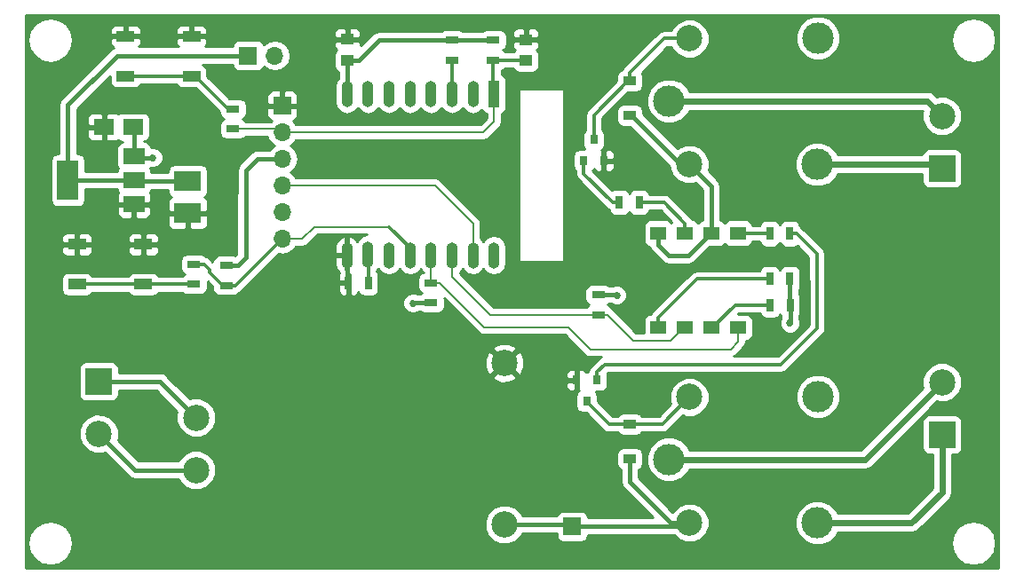
<source format=gtl>
G04 #@! TF.GenerationSoftware,KiCad,Pcbnew,(2017-04-22 revision b38541345)-makepkg*
G04 #@! TF.CreationDate,2017-05-30T09:40:34-07:00*
G04 #@! TF.ProjectId,WifiRelay,5769666952656C61792E6B696361645F,rev?*
G04 #@! TF.FileFunction,Copper,L1,Top,Signal*
G04 #@! TF.FilePolarity,Positive*
%FSLAX46Y46*%
G04 Gerber Fmt 4.6, Leading zero omitted, Abs format (unit mm)*
G04 Created by KiCad (PCBNEW (2017-04-22 revision b38541345)-makepkg) date 05/30/17 09:40:34*
%MOMM*%
%LPD*%
G01*
G04 APERTURE LIST*
%ADD10C,0.100000*%
%ADD11R,2.500000X2.500000*%
%ADD12C,2.500000*%
%ADD13R,1.250000X1.000000*%
%ADD14R,1.700000X1.700000*%
%ADD15O,1.700000X1.700000*%
%ADD16R,1.300000X0.700000*%
%ADD17R,0.700000X1.300000*%
%ADD18R,1.200000X0.900000*%
%ADD19R,0.800000X0.900000*%
%ADD20R,1.950000X1.500000*%
%ADD21R,1.100000X2.500000*%
%ADD22O,1.100000X2.500000*%
%ADD23R,2.500000X1.950000*%
%ADD24C,3.000000*%
%ADD25R,2.000000X1.500000*%
%ADD26R,2.000000X3.800000*%
%ADD27R,1.500000X1.300000*%
%ADD28R,1.700000X1.000000*%
%ADD29C,0.685800*%
%ADD30C,0.457200*%
%ADD31C,0.203200*%
%ADD32C,0.609600*%
%ADD33C,0.304800*%
%ADD34C,0.254000*%
G04 APERTURE END LIST*
D10*
D11*
X146045600Y-116348000D03*
D12*
X146045600Y-111348000D03*
D13*
X89356180Y-78637380D03*
X89356180Y-80637380D03*
D11*
X65665600Y-111268000D03*
D12*
X65665600Y-116268000D03*
D14*
X83159600Y-84963000D03*
D15*
X83159600Y-87503000D03*
X83159600Y-90043000D03*
X83159600Y-92583000D03*
X83159600Y-95123000D03*
X83159600Y-97663000D03*
D11*
X146045600Y-90948000D03*
D12*
X146045600Y-85948000D03*
D16*
X99312980Y-78715320D03*
X99312980Y-80615320D03*
X103267760Y-78702620D03*
X103267760Y-80602620D03*
D17*
X91348600Y-101854000D03*
X89448600Y-101854000D03*
D16*
X77806800Y-100219000D03*
X77806800Y-102119000D03*
X113282980Y-103012960D03*
X113282980Y-104912960D03*
X97331780Y-103764880D03*
X97331780Y-101864880D03*
D17*
X129640500Y-101486460D03*
X131540500Y-101486460D03*
X129668480Y-103988360D03*
X131568480Y-103988360D03*
X115279380Y-94191580D03*
X117179380Y-94191580D03*
X131522760Y-97173540D03*
X129622760Y-97173540D03*
D18*
X116272560Y-85886320D03*
X116272560Y-82586320D03*
X116272560Y-118660940D03*
X116272560Y-115360940D03*
D19*
X111903720Y-90210640D03*
X113803720Y-90210640D03*
X112853720Y-88210640D03*
X113115420Y-111153700D03*
X111215420Y-111153700D03*
X112165420Y-113153700D03*
D20*
X68913600Y-86995000D03*
X66163600Y-86995000D03*
D13*
X106376720Y-80657700D03*
X106376720Y-78657700D03*
D14*
X79904840Y-80186020D03*
D15*
X82444840Y-80186020D03*
D16*
X78460600Y-87183000D03*
X78460600Y-85283000D03*
X74733400Y-102007200D03*
X74733400Y-100107200D03*
D21*
X103333800Y-83847200D03*
D22*
X101333800Y-83847200D03*
X99333800Y-83847200D03*
X97333800Y-83847200D03*
X95333800Y-83847200D03*
X93333800Y-83847200D03*
X91333800Y-83847200D03*
X89333800Y-83847200D03*
X89333800Y-99247200D03*
X91333800Y-99147200D03*
X93333800Y-99247200D03*
X95333800Y-99247200D03*
X97333800Y-99247200D03*
X99333800Y-99247200D03*
X101333800Y-99247200D03*
X103333800Y-99247200D03*
D23*
X74144120Y-95215200D03*
X74144120Y-92165200D03*
D24*
X120020200Y-84514460D03*
D12*
X121970200Y-78564460D03*
D24*
X134220200Y-78514460D03*
X134170200Y-90564460D03*
D12*
X121970200Y-90564460D03*
X121970200Y-124765800D03*
D24*
X134170200Y-124765800D03*
X134220200Y-112715800D03*
D12*
X121970200Y-112765800D03*
D24*
X120020200Y-118715800D03*
D25*
X69012200Y-94375000D03*
X69012200Y-89775000D03*
X69012200Y-92075000D03*
D26*
X62712200Y-92075000D03*
D27*
X118980200Y-97136320D03*
X118980200Y-106136320D03*
X121520200Y-97136320D03*
X121520200Y-106136320D03*
X124060200Y-97136320D03*
X124060200Y-106136320D03*
X126600200Y-97136320D03*
X126600200Y-106136320D03*
D12*
X74925420Y-114731920D03*
X74925420Y-119731920D03*
X104325420Y-109531920D03*
X104325420Y-124931920D03*
D14*
X110788700Y-125111000D03*
D28*
X74499720Y-82152140D03*
X68199720Y-82152140D03*
X74499720Y-78352140D03*
X68199720Y-78352140D03*
X63597640Y-98202160D03*
X69897640Y-98202160D03*
X63597640Y-102002160D03*
X69897640Y-102002160D03*
D29*
X70811640Y-89916760D03*
X95612200Y-103800400D03*
X115045740Y-103040940D03*
X131550660Y-105743500D03*
D30*
X121970200Y-124765800D02*
X120202434Y-124765800D01*
X120202434Y-124765800D02*
X116272560Y-120835926D01*
X116272560Y-120835926D02*
X116272560Y-118660940D01*
X116272560Y-85886320D02*
X116422560Y-85886320D01*
X116422560Y-85886320D02*
X121100700Y-90564460D01*
X121100700Y-90564460D02*
X121970200Y-90564460D01*
X121970200Y-90564460D02*
X124060200Y-92654460D01*
X124060200Y-92654460D02*
X124060200Y-97136320D01*
X110788700Y-125111000D02*
X121625000Y-125111000D01*
X121625000Y-125111000D02*
X121970200Y-124765800D01*
X104325420Y-124931920D02*
X110609620Y-124931920D01*
X110609620Y-124931920D02*
X110788700Y-125111000D01*
X120011440Y-99274760D02*
X121821760Y-99274760D01*
X121821760Y-99274760D02*
X123960200Y-97136320D01*
X123960200Y-97136320D02*
X124060200Y-97136320D01*
X118980200Y-97136320D02*
X118980200Y-98243520D01*
X118980200Y-98243520D02*
X120011440Y-99274760D01*
X70811640Y-89916760D02*
X69153960Y-89916760D01*
X69153960Y-89916760D02*
X69012200Y-89775000D01*
X69012200Y-89775000D02*
X69012200Y-87093600D01*
X69012200Y-87093600D02*
X68913600Y-86995000D01*
X83159600Y-84963000D02*
X83339680Y-84963000D01*
X68199720Y-78352140D02*
X74499720Y-78352140D01*
X63597640Y-98202160D02*
X69897640Y-98202160D01*
X68762200Y-94375000D02*
X69012200Y-94375000D01*
X73869120Y-95215200D02*
X74144120Y-95215200D01*
X89448600Y-102154000D02*
X89448600Y-101854000D01*
X69132160Y-94494960D02*
X69012200Y-94375000D01*
X89352600Y-98582000D02*
X89352600Y-101758000D01*
X89352600Y-101758000D02*
X89448600Y-101854000D01*
X97331780Y-103764880D02*
X95647720Y-103764880D01*
X95647720Y-103764880D02*
X95612200Y-103800400D01*
X79711800Y-91100400D02*
X80769200Y-90043000D01*
X80769200Y-90043000D02*
X83159600Y-90043000D01*
X79711800Y-93490800D02*
X79711800Y-91100400D01*
X79661000Y-99472000D02*
X79661000Y-93541600D01*
X79661000Y-93541600D02*
X79711800Y-93490800D01*
X77806800Y-100219000D02*
X78914000Y-100219000D01*
X78914000Y-100219000D02*
X79661000Y-99472000D01*
X113282980Y-103012960D02*
X115017760Y-103012960D01*
X115017760Y-103012960D02*
X115045740Y-103040940D01*
X131568480Y-103988360D02*
X131568480Y-105725680D01*
X131568480Y-105725680D02*
X131550660Y-105743500D01*
X131540500Y-101486460D02*
X131540500Y-103960380D01*
X131540500Y-103960380D02*
X131568480Y-103988360D01*
X99312980Y-78715320D02*
X103255060Y-78715320D01*
X103255060Y-78715320D02*
X103267760Y-78702620D01*
X89356180Y-80637380D02*
X90438380Y-80637380D01*
X90438380Y-80637380D02*
X92360440Y-78715320D01*
X92360440Y-78715320D02*
X99312980Y-78715320D01*
X89333800Y-84547200D02*
X89333800Y-80659760D01*
X89333800Y-80659760D02*
X89356180Y-80637380D01*
X131568480Y-103988360D02*
X131568480Y-103688360D01*
X97316540Y-103780120D02*
X97331780Y-103764880D01*
X65665600Y-111268000D02*
X71461500Y-111268000D01*
X71461500Y-111268000D02*
X74925420Y-114731920D01*
X65665600Y-111268000D02*
X65691000Y-111268000D01*
X65665600Y-116268000D02*
X69129520Y-119731920D01*
X69129520Y-119731920D02*
X74925420Y-119731920D01*
D31*
X97686620Y-92583000D02*
X101333800Y-96230180D01*
X101333800Y-96230180D02*
X101333800Y-98547200D01*
X83159600Y-92583000D02*
X97686620Y-92583000D01*
D32*
X134170200Y-90564460D02*
X145662060Y-90564460D01*
X145662060Y-90564460D02*
X146045600Y-90948000D01*
X145902060Y-90564460D02*
X146045600Y-90708000D01*
X145468060Y-91285540D02*
X146045600Y-90708000D01*
X120020200Y-84514460D02*
X144612060Y-84514460D01*
X144612060Y-84514460D02*
X146045600Y-85948000D01*
X145573140Y-85235540D02*
X146045600Y-85708000D01*
X145306200Y-86447400D02*
X146045600Y-85708000D01*
X143150600Y-124765800D02*
X146045600Y-121870800D01*
X146045600Y-121870800D02*
X146045600Y-116348000D01*
X134170200Y-124765800D02*
X143150600Y-124765800D01*
X120020200Y-118715800D02*
X138677800Y-118715800D01*
X138677800Y-118715800D02*
X146045600Y-111348000D01*
D33*
X91348600Y-101854000D02*
X91348600Y-98586000D01*
X91348600Y-98586000D02*
X91352600Y-98582000D01*
D31*
X113282980Y-104912960D02*
X114136180Y-104912960D01*
X121420200Y-106136320D02*
X121520200Y-106136320D01*
X114136180Y-104912960D02*
X116587240Y-107364020D01*
X116587240Y-107364020D02*
X120192500Y-107364020D01*
X120192500Y-107364020D02*
X121420200Y-106136320D01*
X99333800Y-101276140D02*
X102970620Y-104912960D01*
X102970620Y-104912960D02*
X113282980Y-104912960D01*
X99333800Y-98547200D02*
X99333800Y-101276140D01*
X99333800Y-98547200D02*
X99338380Y-98551780D01*
X125899160Y-108207300D02*
X126600200Y-107506260D01*
X126600200Y-107506260D02*
X126600200Y-106136320D01*
X112513360Y-108207300D02*
X125899160Y-108207300D01*
X110402620Y-106096560D02*
X112513360Y-108207300D01*
X102416660Y-106096560D02*
X110402620Y-106096560D01*
X97331780Y-101864880D02*
X98184980Y-101864880D01*
X98184980Y-101864880D02*
X102416660Y-106096560D01*
X126500200Y-106136320D02*
X126600200Y-106136320D01*
X97331780Y-101864880D02*
X97031780Y-101864880D01*
X97333800Y-98547200D02*
X97326700Y-98554300D01*
X97326700Y-98554300D02*
X97326700Y-101900440D01*
X97333800Y-99084241D02*
X97333800Y-98547200D01*
D33*
X129640500Y-101486460D02*
X122675260Y-101486460D01*
X122675260Y-101486460D02*
X118980200Y-105181520D01*
X118980200Y-105181520D02*
X118980200Y-106136320D01*
X118990360Y-106126160D02*
X118980200Y-106136320D01*
X124060200Y-106136320D02*
X124160200Y-106136320D01*
X124160200Y-106136320D02*
X126308160Y-103988360D01*
X126308160Y-103988360D02*
X129668480Y-103988360D01*
X123960200Y-106136320D02*
X124060200Y-106136320D01*
X117179380Y-94191580D02*
X119530260Y-94191580D01*
X119530260Y-94191580D02*
X121520200Y-96181520D01*
X121520200Y-96181520D02*
X121520200Y-97136320D01*
X126600200Y-97136320D02*
X129585540Y-97136320D01*
X129585540Y-97136320D02*
X129622760Y-97173540D01*
X115279380Y-94191580D02*
X114624580Y-94191580D01*
X114624580Y-94191580D02*
X111903720Y-91470720D01*
X111903720Y-91470720D02*
X111903720Y-90210640D01*
X134149080Y-106203240D02*
X134149080Y-101539800D01*
X134103360Y-99099340D02*
X134103360Y-101494080D01*
X134103360Y-101494080D02*
X134149080Y-101539800D01*
X131522760Y-97173540D02*
X132177560Y-97173540D01*
X132177560Y-97173540D02*
X134103360Y-99099340D01*
X113115420Y-111153700D02*
X113115420Y-110398900D01*
X113115420Y-110398900D02*
X113859220Y-109655100D01*
X113859220Y-109655100D02*
X130697220Y-109655100D01*
X130697220Y-109655100D02*
X134149080Y-106203240D01*
X113115420Y-111153700D02*
X113115420Y-111103700D01*
X99312980Y-80615320D02*
X99312980Y-81270120D01*
X99312980Y-81270120D02*
X99333800Y-81290940D01*
X99333800Y-81290940D02*
X99333800Y-84547200D01*
X116272560Y-82586320D02*
X116272560Y-81831520D01*
X116272560Y-81831520D02*
X119539620Y-78564460D01*
X119539620Y-78564460D02*
X121970200Y-78564460D01*
X112853720Y-88210640D02*
X112853720Y-85855160D01*
X112853720Y-85855160D02*
X116122560Y-82586320D01*
X116122560Y-82586320D02*
X116272560Y-82586320D01*
X116272560Y-115360940D02*
X119375060Y-115360940D01*
X119375060Y-115360940D02*
X121970200Y-112765800D01*
X112165420Y-113153700D02*
X112165420Y-113203700D01*
X112165420Y-113203700D02*
X114322660Y-115360940D01*
X114322660Y-115360940D02*
X116272560Y-115360940D01*
X121563000Y-113173000D02*
X121970200Y-112765800D01*
D30*
X62712200Y-84907260D02*
X67433440Y-80186020D01*
X67433440Y-80186020D02*
X79904840Y-80186020D01*
X62712200Y-92075000D02*
X62712200Y-84907260D01*
X69012200Y-92075000D02*
X62712200Y-92075000D01*
X74144120Y-92165200D02*
X69102400Y-92165200D01*
X69102400Y-92165200D02*
X69012200Y-92075000D01*
X69596000Y-92075000D02*
X69012200Y-92075000D01*
D33*
X74499720Y-82152140D02*
X74849720Y-82152140D01*
X74849720Y-82152140D02*
X77980580Y-85283000D01*
X77980580Y-85283000D02*
X78460600Y-85283000D01*
X68199720Y-82152140D02*
X74499720Y-82152140D01*
X74733400Y-102007200D02*
X69902680Y-102007200D01*
X69902680Y-102007200D02*
X69897640Y-102002160D01*
X63597640Y-102002160D02*
X69897640Y-102002160D01*
X103267760Y-80602620D02*
X106321640Y-80602620D01*
X106321640Y-80602620D02*
X106376720Y-80657700D01*
X103267760Y-80602620D02*
X103267760Y-84481160D01*
X103267760Y-84481160D02*
X103333800Y-84547200D01*
D31*
X83159600Y-87503000D02*
X102336600Y-87503000D01*
X103352600Y-86487000D02*
X103352600Y-84582000D01*
X102336600Y-87503000D02*
X103352600Y-86487000D01*
X78460600Y-87183000D02*
X82839600Y-87183000D01*
X82839600Y-87183000D02*
X83159600Y-87503000D01*
X103540600Y-84394000D02*
X103352600Y-84582000D01*
X103225600Y-84709000D02*
X103352600Y-84582000D01*
D33*
X77806800Y-102119000D02*
X78703600Y-102119000D01*
X78703600Y-102119000D02*
X82309601Y-98512999D01*
X82309601Y-98512999D02*
X83159600Y-97663000D01*
X76232000Y-100651000D02*
X76232000Y-100844200D01*
X77506800Y-102119000D02*
X77806800Y-102119000D01*
X76232000Y-100844200D02*
X77506800Y-102119000D01*
X74733400Y-100107200D02*
X75688200Y-100107200D01*
X75688200Y-100107200D02*
X76232000Y-100651000D01*
X93290600Y-96520000D02*
X93306600Y-96520000D01*
X93306600Y-96520000D02*
X95333800Y-98547200D01*
D31*
X82971600Y-97851000D02*
X83159600Y-97663000D01*
X83159600Y-97663000D02*
X85064600Y-97663000D01*
X86207600Y-96520000D02*
X93290600Y-96520000D01*
X85064600Y-97663000D02*
X86207600Y-96520000D01*
D34*
G36*
X151397900Y-129060300D02*
X58693300Y-129060300D01*
X58693300Y-126708000D01*
X58897900Y-126708000D01*
X59061384Y-127529889D01*
X59526947Y-128226653D01*
X60223711Y-128692216D01*
X61045600Y-128855700D01*
X61867489Y-128692216D01*
X62564253Y-128226653D01*
X63029816Y-127529889D01*
X63193300Y-126708000D01*
X63029816Y-125886111D01*
X62641681Y-125305225D01*
X102440094Y-125305225D01*
X102726463Y-125998292D01*
X103256259Y-126529013D01*
X103948825Y-126816592D01*
X104698725Y-126817246D01*
X105391792Y-126530877D01*
X105922513Y-126001081D01*
X106007870Y-125795520D01*
X109291260Y-125795520D01*
X109291260Y-125961000D01*
X109340543Y-126208765D01*
X109480891Y-126418809D01*
X109690935Y-126559157D01*
X109938700Y-126608440D01*
X111638700Y-126608440D01*
X111886465Y-126559157D01*
X112096509Y-126418809D01*
X112236857Y-126208765D01*
X112283435Y-125974600D01*
X120513423Y-125974600D01*
X120901039Y-126362893D01*
X121593605Y-126650472D01*
X122343505Y-126651126D01*
X123036572Y-126364757D01*
X123567293Y-125834961D01*
X123835679Y-125188615D01*
X132034830Y-125188615D01*
X132359180Y-125973600D01*
X132959241Y-126574709D01*
X133743659Y-126900428D01*
X134593015Y-126901170D01*
X135060520Y-126708000D01*
X146897900Y-126708000D01*
X147061384Y-127529889D01*
X147526947Y-128226653D01*
X148223711Y-128692216D01*
X149045600Y-128855700D01*
X149867489Y-128692216D01*
X150564253Y-128226653D01*
X151029816Y-127529889D01*
X151193300Y-126708000D01*
X151029816Y-125886111D01*
X150564253Y-125189347D01*
X149867489Y-124723784D01*
X149045600Y-124560300D01*
X148223711Y-124723784D01*
X147526947Y-125189347D01*
X147061384Y-125886111D01*
X146897900Y-126708000D01*
X135060520Y-126708000D01*
X135378000Y-126576820D01*
X135979109Y-125976759D01*
X136091704Y-125705600D01*
X143150600Y-125705600D01*
X143510246Y-125634062D01*
X143815139Y-125430339D01*
X146710139Y-122535339D01*
X146913862Y-122230446D01*
X146985400Y-121870800D01*
X146985400Y-118245440D01*
X147295600Y-118245440D01*
X147543365Y-118196157D01*
X147753409Y-118055809D01*
X147893757Y-117845765D01*
X147943040Y-117598000D01*
X147943040Y-115098000D01*
X147893757Y-114850235D01*
X147753409Y-114640191D01*
X147543365Y-114499843D01*
X147295600Y-114450560D01*
X144795600Y-114450560D01*
X144547835Y-114499843D01*
X144337791Y-114640191D01*
X144197443Y-114850235D01*
X144148160Y-115098000D01*
X144148160Y-117598000D01*
X144197443Y-117845765D01*
X144337791Y-118055809D01*
X144547835Y-118196157D01*
X144795600Y-118245440D01*
X145105800Y-118245440D01*
X145105800Y-121481522D01*
X142761322Y-123826000D01*
X136091956Y-123826000D01*
X135981220Y-123558000D01*
X135381159Y-122956891D01*
X134596741Y-122631172D01*
X133747385Y-122630430D01*
X132962400Y-122954780D01*
X132361291Y-123554841D01*
X132035572Y-124339259D01*
X132034830Y-125188615D01*
X123835679Y-125188615D01*
X123854872Y-125142395D01*
X123855526Y-124392495D01*
X123569157Y-123699428D01*
X123039361Y-123168707D01*
X122346795Y-122881128D01*
X121596895Y-122880474D01*
X120903828Y-123166843D01*
X120373107Y-123696639D01*
X120367673Y-123709725D01*
X117136160Y-120478212D01*
X117136160Y-119698516D01*
X117330369Y-119568749D01*
X117470717Y-119358705D01*
X117514495Y-119138615D01*
X117884830Y-119138615D01*
X118209180Y-119923600D01*
X118809241Y-120524709D01*
X119593659Y-120850428D01*
X120443015Y-120851170D01*
X121228000Y-120526820D01*
X121829109Y-119926759D01*
X121941704Y-119655600D01*
X138677800Y-119655600D01*
X139037446Y-119584062D01*
X139342339Y-119380339D01*
X145542525Y-113180153D01*
X145669005Y-113232672D01*
X146418905Y-113233326D01*
X147111972Y-112946957D01*
X147642693Y-112417161D01*
X147930272Y-111724595D01*
X147930926Y-110974695D01*
X147644557Y-110281628D01*
X147114761Y-109750907D01*
X146422195Y-109463328D01*
X145672295Y-109462674D01*
X144979228Y-109749043D01*
X144448507Y-110278839D01*
X144160928Y-110971405D01*
X144160274Y-111721305D01*
X144213763Y-111850759D01*
X138288522Y-117776000D01*
X121941956Y-117776000D01*
X121831220Y-117508000D01*
X121231159Y-116906891D01*
X120446741Y-116581172D01*
X119597385Y-116580430D01*
X118812400Y-116904780D01*
X118211291Y-117504841D01*
X117885572Y-118289259D01*
X117884830Y-119138615D01*
X117514495Y-119138615D01*
X117520000Y-119110940D01*
X117520000Y-118210940D01*
X117470717Y-117963175D01*
X117330369Y-117753131D01*
X117120325Y-117612783D01*
X116872560Y-117563500D01*
X115672560Y-117563500D01*
X115424795Y-117612783D01*
X115214751Y-117753131D01*
X115074403Y-117963175D01*
X115025120Y-118210940D01*
X115025120Y-119110940D01*
X115074403Y-119358705D01*
X115214751Y-119568749D01*
X115408960Y-119698516D01*
X115408960Y-120835926D01*
X115474698Y-121166411D01*
X115661903Y-121446583D01*
X118462720Y-124247400D01*
X112283435Y-124247400D01*
X112236857Y-124013235D01*
X112096509Y-123803191D01*
X111886465Y-123662843D01*
X111638700Y-123613560D01*
X109938700Y-123613560D01*
X109690935Y-123662843D01*
X109480891Y-123803191D01*
X109340543Y-124013235D01*
X109329586Y-124068320D01*
X106008161Y-124068320D01*
X105924377Y-123865548D01*
X105394581Y-123334827D01*
X104702015Y-123047248D01*
X103952115Y-123046594D01*
X103259048Y-123332963D01*
X102728327Y-123862759D01*
X102440748Y-124555325D01*
X102440094Y-125305225D01*
X62641681Y-125305225D01*
X62564253Y-125189347D01*
X61867489Y-124723784D01*
X61045600Y-124560300D01*
X60223711Y-124723784D01*
X59526947Y-125189347D01*
X59061384Y-125886111D01*
X58897900Y-126708000D01*
X58693300Y-126708000D01*
X58693300Y-116641305D01*
X63780274Y-116641305D01*
X64066643Y-117334372D01*
X64596439Y-117865093D01*
X65289005Y-118152672D01*
X66038905Y-118153326D01*
X66244614Y-118068329D01*
X68518863Y-120342578D01*
X68799035Y-120529782D01*
X69129520Y-120595520D01*
X73242679Y-120595520D01*
X73326463Y-120798292D01*
X73856259Y-121329013D01*
X74548825Y-121616592D01*
X75298725Y-121617246D01*
X75991792Y-121330877D01*
X76522513Y-120801081D01*
X76810092Y-120108515D01*
X76810746Y-119358615D01*
X76524377Y-118665548D01*
X75994581Y-118134827D01*
X75302015Y-117847248D01*
X74552115Y-117846594D01*
X73859048Y-118132963D01*
X73328327Y-118662759D01*
X73242970Y-118868320D01*
X69487235Y-118868320D01*
X67466135Y-116847220D01*
X67550272Y-116644595D01*
X67550926Y-115894695D01*
X67264557Y-115201628D01*
X66734761Y-114670907D01*
X66042195Y-114383328D01*
X65292295Y-114382674D01*
X64599228Y-114669043D01*
X64068507Y-115198839D01*
X63780928Y-115891405D01*
X63780274Y-116641305D01*
X58693300Y-116641305D01*
X58693300Y-110018000D01*
X63768160Y-110018000D01*
X63768160Y-112518000D01*
X63817443Y-112765765D01*
X63957791Y-112975809D01*
X64167835Y-113116157D01*
X64415600Y-113165440D01*
X66915600Y-113165440D01*
X67163365Y-113116157D01*
X67373409Y-112975809D01*
X67513757Y-112765765D01*
X67563040Y-112518000D01*
X67563040Y-112131600D01*
X71103786Y-112131600D01*
X73124885Y-114152700D01*
X73040748Y-114355325D01*
X73040094Y-115105225D01*
X73326463Y-115798292D01*
X73856259Y-116329013D01*
X74548825Y-116616592D01*
X75298725Y-116617246D01*
X75991792Y-116330877D01*
X76522513Y-115801081D01*
X76810092Y-115108515D01*
X76810746Y-114358615D01*
X76524377Y-113665548D01*
X75994581Y-113134827D01*
X75302015Y-112847248D01*
X74552115Y-112846594D01*
X74346406Y-112931591D01*
X72854265Y-111439450D01*
X110180420Y-111439450D01*
X110180420Y-111730009D01*
X110277093Y-111963398D01*
X110455721Y-112142027D01*
X110689110Y-112238700D01*
X110929670Y-112238700D01*
X111088420Y-112079950D01*
X111088420Y-111280700D01*
X110339170Y-111280700D01*
X110180420Y-111439450D01*
X72854265Y-111439450D01*
X72280055Y-110865240D01*
X103171705Y-110865240D01*
X103300953Y-111158043D01*
X104001226Y-111426308D01*
X104750855Y-111406170D01*
X105349887Y-111158043D01*
X105479135Y-110865240D01*
X104325420Y-109711525D01*
X103171705Y-110865240D01*
X72280055Y-110865240D01*
X72072157Y-110657343D01*
X71791985Y-110470138D01*
X71461500Y-110404400D01*
X67563040Y-110404400D01*
X67563040Y-110018000D01*
X67513757Y-109770235D01*
X67373409Y-109560191D01*
X67163365Y-109419843D01*
X66915600Y-109370560D01*
X64415600Y-109370560D01*
X64167835Y-109419843D01*
X63957791Y-109560191D01*
X63817443Y-109770235D01*
X63768160Y-110018000D01*
X58693300Y-110018000D01*
X58693300Y-109207726D01*
X102431032Y-109207726D01*
X102451170Y-109957355D01*
X102699297Y-110556387D01*
X102992100Y-110685635D01*
X104145815Y-109531920D01*
X104505025Y-109531920D01*
X105658740Y-110685635D01*
X105903959Y-110577391D01*
X110180420Y-110577391D01*
X110180420Y-110867950D01*
X110339170Y-111026700D01*
X111088420Y-111026700D01*
X111088420Y-110227450D01*
X110929670Y-110068700D01*
X110689110Y-110068700D01*
X110455721Y-110165373D01*
X110277093Y-110344002D01*
X110180420Y-110577391D01*
X105903959Y-110577391D01*
X105951543Y-110556387D01*
X106219808Y-109856114D01*
X106199670Y-109106485D01*
X105951543Y-108507453D01*
X105658740Y-108378205D01*
X104505025Y-109531920D01*
X104145815Y-109531920D01*
X102992100Y-108378205D01*
X102699297Y-108507453D01*
X102431032Y-109207726D01*
X58693300Y-109207726D01*
X58693300Y-108198600D01*
X103171705Y-108198600D01*
X104325420Y-109352315D01*
X105479135Y-108198600D01*
X105349887Y-107905797D01*
X104649614Y-107637532D01*
X103899985Y-107657670D01*
X103300953Y-107905797D01*
X103171705Y-108198600D01*
X58693300Y-108198600D01*
X58693300Y-98487910D01*
X62112640Y-98487910D01*
X62112640Y-98828470D01*
X62209313Y-99061859D01*
X62387942Y-99240487D01*
X62621331Y-99337160D01*
X63311890Y-99337160D01*
X63470640Y-99178410D01*
X63470640Y-98329160D01*
X63724640Y-98329160D01*
X63724640Y-99178410D01*
X63883390Y-99337160D01*
X64573949Y-99337160D01*
X64807338Y-99240487D01*
X64985967Y-99061859D01*
X65082640Y-98828470D01*
X65082640Y-98487910D01*
X68412640Y-98487910D01*
X68412640Y-98828470D01*
X68509313Y-99061859D01*
X68687942Y-99240487D01*
X68921331Y-99337160D01*
X69611890Y-99337160D01*
X69770640Y-99178410D01*
X69770640Y-98329160D01*
X70024640Y-98329160D01*
X70024640Y-99178410D01*
X70183390Y-99337160D01*
X70873949Y-99337160D01*
X71107338Y-99240487D01*
X71285967Y-99061859D01*
X71382640Y-98828470D01*
X71382640Y-98487910D01*
X71223890Y-98329160D01*
X70024640Y-98329160D01*
X69770640Y-98329160D01*
X68571390Y-98329160D01*
X68412640Y-98487910D01*
X65082640Y-98487910D01*
X64923890Y-98329160D01*
X63724640Y-98329160D01*
X63470640Y-98329160D01*
X62271390Y-98329160D01*
X62112640Y-98487910D01*
X58693300Y-98487910D01*
X58693300Y-97575850D01*
X62112640Y-97575850D01*
X62112640Y-97916410D01*
X62271390Y-98075160D01*
X63470640Y-98075160D01*
X63470640Y-97225910D01*
X63724640Y-97225910D01*
X63724640Y-98075160D01*
X64923890Y-98075160D01*
X65082640Y-97916410D01*
X65082640Y-97575850D01*
X68412640Y-97575850D01*
X68412640Y-97916410D01*
X68571390Y-98075160D01*
X69770640Y-98075160D01*
X69770640Y-97225910D01*
X70024640Y-97225910D01*
X70024640Y-98075160D01*
X71223890Y-98075160D01*
X71382640Y-97916410D01*
X71382640Y-97575850D01*
X71285967Y-97342461D01*
X71107338Y-97163833D01*
X70873949Y-97067160D01*
X70183390Y-97067160D01*
X70024640Y-97225910D01*
X69770640Y-97225910D01*
X69611890Y-97067160D01*
X68921331Y-97067160D01*
X68687942Y-97163833D01*
X68509313Y-97342461D01*
X68412640Y-97575850D01*
X65082640Y-97575850D01*
X64985967Y-97342461D01*
X64807338Y-97163833D01*
X64573949Y-97067160D01*
X63883390Y-97067160D01*
X63724640Y-97225910D01*
X63470640Y-97225910D01*
X63311890Y-97067160D01*
X62621331Y-97067160D01*
X62387942Y-97163833D01*
X62209313Y-97342461D01*
X62112640Y-97575850D01*
X58693300Y-97575850D01*
X58693300Y-94660750D01*
X67377200Y-94660750D01*
X67377200Y-95251310D01*
X67473873Y-95484699D01*
X67652502Y-95663327D01*
X67885891Y-95760000D01*
X68726450Y-95760000D01*
X68885200Y-95601250D01*
X68885200Y-94502000D01*
X69139200Y-94502000D01*
X69139200Y-95601250D01*
X69297950Y-95760000D01*
X70138509Y-95760000D01*
X70371898Y-95663327D01*
X70534275Y-95500950D01*
X72259120Y-95500950D01*
X72259120Y-96316509D01*
X72355793Y-96549898D01*
X72534421Y-96728527D01*
X72767810Y-96825200D01*
X73858370Y-96825200D01*
X74017120Y-96666450D01*
X74017120Y-95342200D01*
X74271120Y-95342200D01*
X74271120Y-96666450D01*
X74429870Y-96825200D01*
X75520430Y-96825200D01*
X75753819Y-96728527D01*
X75932447Y-96549898D01*
X76029120Y-96316509D01*
X76029120Y-95500950D01*
X75870370Y-95342200D01*
X74271120Y-95342200D01*
X74017120Y-95342200D01*
X72417870Y-95342200D01*
X72259120Y-95500950D01*
X70534275Y-95500950D01*
X70550527Y-95484699D01*
X70647200Y-95251310D01*
X70647200Y-94660750D01*
X70488450Y-94502000D01*
X69139200Y-94502000D01*
X68885200Y-94502000D01*
X67535950Y-94502000D01*
X67377200Y-94660750D01*
X58693300Y-94660750D01*
X58693300Y-90175000D01*
X61064760Y-90175000D01*
X61064760Y-93975000D01*
X61114043Y-94222765D01*
X61254391Y-94432809D01*
X61464435Y-94573157D01*
X61712200Y-94622440D01*
X63712200Y-94622440D01*
X63959965Y-94573157D01*
X64170009Y-94432809D01*
X64310357Y-94222765D01*
X64359640Y-93975000D01*
X64359640Y-92938600D01*
X67387356Y-92938600D01*
X67414043Y-93072765D01*
X67515127Y-93224047D01*
X67473873Y-93265301D01*
X67377200Y-93498690D01*
X67377200Y-94089250D01*
X67535950Y-94248000D01*
X68885200Y-94248000D01*
X68885200Y-94228000D01*
X69139200Y-94228000D01*
X69139200Y-94248000D01*
X70488450Y-94248000D01*
X70647200Y-94089250D01*
X70647200Y-93498690D01*
X70550527Y-93265301D01*
X70509273Y-93224047D01*
X70610357Y-93072765D01*
X70619102Y-93028800D01*
X72246680Y-93028800D01*
X72246680Y-93140200D01*
X72295963Y-93387965D01*
X72436311Y-93598009D01*
X72569813Y-93687213D01*
X72534421Y-93701873D01*
X72355793Y-93880502D01*
X72259120Y-94113891D01*
X72259120Y-94929450D01*
X72417870Y-95088200D01*
X74017120Y-95088200D01*
X74017120Y-95068200D01*
X74271120Y-95068200D01*
X74271120Y-95088200D01*
X75870370Y-95088200D01*
X76029120Y-94929450D01*
X76029120Y-94113891D01*
X75932447Y-93880502D01*
X75753819Y-93701873D01*
X75718427Y-93687213D01*
X75851929Y-93598009D01*
X75992277Y-93387965D01*
X76041560Y-93140200D01*
X76041560Y-91190200D01*
X75992277Y-90942435D01*
X75851929Y-90732391D01*
X75641885Y-90592043D01*
X75394120Y-90542760D01*
X72894120Y-90542760D01*
X72646355Y-90592043D01*
X72436311Y-90732391D01*
X72295963Y-90942435D01*
X72246680Y-91190200D01*
X72246680Y-91301600D01*
X70654985Y-91301600D01*
X70610357Y-91077235D01*
X70508636Y-90925000D01*
X70547972Y-90866130D01*
X70616270Y-90894490D01*
X71005303Y-90894829D01*
X71364852Y-90746267D01*
X71640180Y-90471419D01*
X71789370Y-90112130D01*
X71789709Y-89723097D01*
X71641147Y-89363548D01*
X71366299Y-89088220D01*
X71007010Y-88939030D01*
X70642477Y-88938712D01*
X70610357Y-88777235D01*
X70470009Y-88567191D01*
X70259965Y-88426843D01*
X70012200Y-88377560D01*
X69963408Y-88377560D01*
X70136365Y-88343157D01*
X70346409Y-88202809D01*
X70486757Y-87992765D01*
X70536040Y-87745000D01*
X70536040Y-86245000D01*
X70486757Y-85997235D01*
X70346409Y-85787191D01*
X70136365Y-85646843D01*
X69888600Y-85597560D01*
X67938600Y-85597560D01*
X67690835Y-85646843D01*
X67539553Y-85747927D01*
X67498298Y-85706673D01*
X67264909Y-85610000D01*
X66449350Y-85610000D01*
X66290600Y-85768750D01*
X66290600Y-86868000D01*
X66310600Y-86868000D01*
X66310600Y-87122000D01*
X66290600Y-87122000D01*
X66290600Y-88221250D01*
X66449350Y-88380000D01*
X67264909Y-88380000D01*
X67498298Y-88283327D01*
X67539553Y-88242073D01*
X67690835Y-88343157D01*
X67937996Y-88392320D01*
X67764435Y-88426843D01*
X67554391Y-88567191D01*
X67414043Y-88777235D01*
X67364760Y-89025000D01*
X67364760Y-90525000D01*
X67414043Y-90772765D01*
X67515764Y-90925000D01*
X67414043Y-91077235D01*
X67387356Y-91211400D01*
X64359640Y-91211400D01*
X64359640Y-90175000D01*
X64310357Y-89927235D01*
X64170009Y-89717191D01*
X63959965Y-89576843D01*
X63712200Y-89527560D01*
X63575800Y-89527560D01*
X63575800Y-87280750D01*
X64553600Y-87280750D01*
X64553600Y-87871310D01*
X64650273Y-88104699D01*
X64828902Y-88283327D01*
X65062291Y-88380000D01*
X65877850Y-88380000D01*
X66036600Y-88221250D01*
X66036600Y-87122000D01*
X64712350Y-87122000D01*
X64553600Y-87280750D01*
X63575800Y-87280750D01*
X63575800Y-86118690D01*
X64553600Y-86118690D01*
X64553600Y-86709250D01*
X64712350Y-86868000D01*
X66036600Y-86868000D01*
X66036600Y-85768750D01*
X65877850Y-85610000D01*
X65062291Y-85610000D01*
X64828902Y-85706673D01*
X64650273Y-85885301D01*
X64553600Y-86118690D01*
X63575800Y-86118690D01*
X63575800Y-85264974D01*
X66702280Y-82138495D01*
X66702280Y-82652140D01*
X66751563Y-82899905D01*
X66891911Y-83109949D01*
X67101955Y-83250297D01*
X67349720Y-83299580D01*
X69049720Y-83299580D01*
X69297485Y-83250297D01*
X69507529Y-83109949D01*
X69621394Y-82939540D01*
X73078046Y-82939540D01*
X73191911Y-83109949D01*
X73401955Y-83250297D01*
X73649720Y-83299580D01*
X74883608Y-83299580D01*
X77163160Y-85579132D01*
X77163160Y-85633000D01*
X77212443Y-85880765D01*
X77352791Y-86090809D01*
X77562835Y-86231157D01*
X77572100Y-86233000D01*
X77562835Y-86234843D01*
X77352791Y-86375191D01*
X77212443Y-86585235D01*
X77163160Y-86833000D01*
X77163160Y-87533000D01*
X77212443Y-87780765D01*
X77352791Y-87990809D01*
X77562835Y-88131157D01*
X77810600Y-88180440D01*
X79110600Y-88180440D01*
X79358365Y-88131157D01*
X79568409Y-87990809D01*
X79615990Y-87919600D01*
X81728374Y-87919600D01*
X81758546Y-88071285D01*
X82080453Y-88553054D01*
X82409626Y-88773000D01*
X82080453Y-88992946D01*
X81955869Y-89179400D01*
X80769200Y-89179400D01*
X80493545Y-89234231D01*
X80438714Y-89245138D01*
X80158542Y-89432343D01*
X79101143Y-90489743D01*
X78913938Y-90769915D01*
X78848200Y-91100400D01*
X78848200Y-93286213D01*
X78797400Y-93541600D01*
X78797400Y-99114285D01*
X78651415Y-99260271D01*
X78456800Y-99221560D01*
X77156800Y-99221560D01*
X76909035Y-99270843D01*
X76698991Y-99411191D01*
X76558643Y-99621235D01*
X76518351Y-99823799D01*
X76244976Y-99550424D01*
X75989525Y-99379737D01*
X75880390Y-99358029D01*
X75841209Y-99299391D01*
X75631165Y-99159043D01*
X75383400Y-99109760D01*
X74083400Y-99109760D01*
X73835635Y-99159043D01*
X73625591Y-99299391D01*
X73485243Y-99509435D01*
X73435960Y-99757200D01*
X73435960Y-100457200D01*
X73485243Y-100704965D01*
X73625591Y-100915009D01*
X73835635Y-101055357D01*
X73844900Y-101057200D01*
X73835635Y-101059043D01*
X73625591Y-101199391D01*
X73611954Y-101219800D01*
X71322681Y-101219800D01*
X71205449Y-101044351D01*
X70995405Y-100904003D01*
X70747640Y-100854720D01*
X69047640Y-100854720D01*
X68799875Y-100904003D01*
X68589831Y-101044351D01*
X68475966Y-101214760D01*
X65019314Y-101214760D01*
X64905449Y-101044351D01*
X64695405Y-100904003D01*
X64447640Y-100854720D01*
X62747640Y-100854720D01*
X62499875Y-100904003D01*
X62289831Y-101044351D01*
X62149483Y-101254395D01*
X62100200Y-101502160D01*
X62100200Y-102502160D01*
X62149483Y-102749925D01*
X62289831Y-102959969D01*
X62499875Y-103100317D01*
X62747640Y-103149600D01*
X64447640Y-103149600D01*
X64695405Y-103100317D01*
X64905449Y-102959969D01*
X65019314Y-102789560D01*
X68475966Y-102789560D01*
X68589831Y-102959969D01*
X68799875Y-103100317D01*
X69047640Y-103149600D01*
X70747640Y-103149600D01*
X70995405Y-103100317D01*
X71205449Y-102959969D01*
X71315946Y-102794600D01*
X73611954Y-102794600D01*
X73625591Y-102815009D01*
X73835635Y-102955357D01*
X74083400Y-103004640D01*
X75383400Y-103004640D01*
X75631165Y-102955357D01*
X75841209Y-102815009D01*
X75981557Y-102604965D01*
X76030840Y-102357200D01*
X76030840Y-101756592D01*
X76509360Y-102235112D01*
X76509360Y-102469000D01*
X76558643Y-102716765D01*
X76698991Y-102926809D01*
X76909035Y-103067157D01*
X77156800Y-103116440D01*
X78456800Y-103116440D01*
X78704565Y-103067157D01*
X78914609Y-102926809D01*
X78962680Y-102854866D01*
X79004925Y-102846463D01*
X79260376Y-102675776D01*
X79796402Y-102139750D01*
X88463600Y-102139750D01*
X88463600Y-102630310D01*
X88560273Y-102863699D01*
X88738902Y-103042327D01*
X88972291Y-103139000D01*
X89162850Y-103139000D01*
X89321600Y-102980250D01*
X89321600Y-101981000D01*
X88622350Y-101981000D01*
X88463600Y-102139750D01*
X79796402Y-102139750D01*
X82561952Y-99374200D01*
X88148800Y-99374200D01*
X88148800Y-100074200D01*
X88287604Y-100518013D01*
X88560218Y-100844434D01*
X88463600Y-101077690D01*
X88463600Y-101568250D01*
X88622350Y-101727000D01*
X89321600Y-101727000D01*
X89321600Y-100727750D01*
X89206800Y-100612950D01*
X89206800Y-99374200D01*
X88148800Y-99374200D01*
X82561952Y-99374200D01*
X82844952Y-99091200D01*
X83130507Y-99148000D01*
X83188693Y-99148000D01*
X83756978Y-99034961D01*
X84238747Y-98713054D01*
X84434425Y-98420200D01*
X88148800Y-98420200D01*
X88148800Y-99120200D01*
X89206800Y-99120200D01*
X89206800Y-97528839D01*
X89024056Y-97403397D01*
X88997654Y-97403802D01*
X88585682Y-97619476D01*
X88287604Y-97976387D01*
X88148800Y-98420200D01*
X84434425Y-98420200D01*
X84448190Y-98399600D01*
X85064600Y-98399600D01*
X85346485Y-98343530D01*
X85585455Y-98183855D01*
X86512710Y-97256600D01*
X91176299Y-97256600D01*
X90880320Y-97315474D01*
X90495878Y-97572349D01*
X90294395Y-97873891D01*
X90081918Y-97619476D01*
X89669946Y-97403802D01*
X89643544Y-97403397D01*
X89460800Y-97528839D01*
X89460800Y-99120200D01*
X89480800Y-99120200D01*
X89480800Y-99374200D01*
X89460800Y-99374200D01*
X89460800Y-100965561D01*
X89575600Y-101044364D01*
X89575600Y-101727000D01*
X89595600Y-101727000D01*
X89595600Y-101981000D01*
X89575600Y-101981000D01*
X89575600Y-102980250D01*
X89734350Y-103139000D01*
X89924909Y-103139000D01*
X90158298Y-103042327D01*
X90336927Y-102863699D01*
X90394879Y-102723791D01*
X90400443Y-102751765D01*
X90540791Y-102961809D01*
X90750835Y-103102157D01*
X90998600Y-103151440D01*
X91698600Y-103151440D01*
X91946365Y-103102157D01*
X92156409Y-102961809D01*
X92296757Y-102751765D01*
X92346040Y-102504000D01*
X92346040Y-101204000D01*
X92296757Y-100956235D01*
X92156409Y-100746191D01*
X92146001Y-100739237D01*
X92171722Y-100722051D01*
X92300391Y-100529483D01*
X92495878Y-100822051D01*
X92880320Y-101078926D01*
X93333800Y-101169129D01*
X93787280Y-101078926D01*
X94171722Y-100822051D01*
X94333800Y-100579483D01*
X94495878Y-100822051D01*
X94880320Y-101078926D01*
X95333800Y-101169129D01*
X95787280Y-101078926D01*
X96171722Y-100822051D01*
X96333800Y-100579483D01*
X96495878Y-100822051D01*
X96590100Y-100885008D01*
X96590100Y-100885676D01*
X96434015Y-100916723D01*
X96223971Y-101057071D01*
X96083623Y-101267115D01*
X96034340Y-101514880D01*
X96034340Y-102214880D01*
X96083623Y-102462645D01*
X96223971Y-102672689D01*
X96434015Y-102813037D01*
X96443280Y-102814880D01*
X96434015Y-102816723D01*
X96307467Y-102901280D01*
X95996884Y-102901280D01*
X95807570Y-102822670D01*
X95418537Y-102822331D01*
X95058988Y-102970893D01*
X94783660Y-103245741D01*
X94634470Y-103605030D01*
X94634131Y-103994063D01*
X94782693Y-104353612D01*
X95057541Y-104628940D01*
X95416830Y-104778130D01*
X95805863Y-104778469D01*
X96165412Y-104629907D01*
X96166841Y-104628480D01*
X96307467Y-104628480D01*
X96434015Y-104713037D01*
X96681780Y-104762320D01*
X97981780Y-104762320D01*
X98229545Y-104713037D01*
X98439589Y-104572689D01*
X98579937Y-104362645D01*
X98629220Y-104114880D01*
X98629220Y-103414880D01*
X98613316Y-103334926D01*
X101895805Y-106617415D01*
X102134775Y-106777090D01*
X102416660Y-106833160D01*
X110097510Y-106833160D01*
X111992505Y-108728155D01*
X112231475Y-108887830D01*
X112513360Y-108943900D01*
X113533556Y-108943900D01*
X113302444Y-109098324D01*
X112558644Y-109842124D01*
X112387957Y-110097575D01*
X112373913Y-110168180D01*
X112257611Y-110245891D01*
X112168407Y-110379394D01*
X112153747Y-110344002D01*
X111975119Y-110165373D01*
X111741730Y-110068700D01*
X111501170Y-110068700D01*
X111342420Y-110227450D01*
X111342420Y-111026700D01*
X111362420Y-111026700D01*
X111362420Y-111280700D01*
X111342420Y-111280700D01*
X111342420Y-112079950D01*
X111427951Y-112165481D01*
X111307611Y-112245891D01*
X111167263Y-112455935D01*
X111117980Y-112703700D01*
X111117980Y-113603700D01*
X111167263Y-113851465D01*
X111307611Y-114061509D01*
X111517655Y-114201857D01*
X111765420Y-114251140D01*
X112099308Y-114251140D01*
X113765884Y-115917716D01*
X114021335Y-116088403D01*
X114322660Y-116148340D01*
X115134296Y-116148340D01*
X115214751Y-116268749D01*
X115424795Y-116409097D01*
X115672560Y-116458380D01*
X116872560Y-116458380D01*
X117120325Y-116409097D01*
X117330369Y-116268749D01*
X117410824Y-116148340D01*
X119375060Y-116148340D01*
X119676385Y-116088403D01*
X119931836Y-115917716D01*
X121314835Y-114534717D01*
X121593605Y-114650472D01*
X122343505Y-114651126D01*
X123036572Y-114364757D01*
X123567293Y-113834961D01*
X123854872Y-113142395D01*
X123854875Y-113138615D01*
X132084830Y-113138615D01*
X132409180Y-113923600D01*
X133009241Y-114524709D01*
X133793659Y-114850428D01*
X134643015Y-114851170D01*
X135428000Y-114526820D01*
X136029109Y-113926759D01*
X136354828Y-113142341D01*
X136355570Y-112292985D01*
X136031220Y-111508000D01*
X135431159Y-110906891D01*
X134646741Y-110581172D01*
X133797385Y-110580430D01*
X133012400Y-110904780D01*
X132411291Y-111504841D01*
X132085572Y-112289259D01*
X132084830Y-113138615D01*
X123854875Y-113138615D01*
X123855526Y-112392495D01*
X123569157Y-111699428D01*
X123039361Y-111168707D01*
X122346795Y-110881128D01*
X121596895Y-110880474D01*
X120903828Y-111166843D01*
X120373107Y-111696639D01*
X120085528Y-112389205D01*
X120084874Y-113139105D01*
X120201379Y-113421069D01*
X119048908Y-114573540D01*
X117410824Y-114573540D01*
X117330369Y-114453131D01*
X117120325Y-114312783D01*
X116872560Y-114263500D01*
X115672560Y-114263500D01*
X115424795Y-114312783D01*
X115214751Y-114453131D01*
X115134296Y-114573540D01*
X114648812Y-114573540D01*
X113212860Y-113137588D01*
X113212860Y-112703700D01*
X113163577Y-112455935D01*
X113026736Y-112251140D01*
X113515420Y-112251140D01*
X113763185Y-112201857D01*
X113973229Y-112061509D01*
X114113577Y-111851465D01*
X114162860Y-111603700D01*
X114162860Y-110703700D01*
X114123259Y-110504613D01*
X114185372Y-110442500D01*
X130697220Y-110442500D01*
X130998545Y-110382563D01*
X131253996Y-110211876D01*
X134705856Y-106760016D01*
X134876543Y-106504565D01*
X134936480Y-106203240D01*
X134936480Y-101539800D01*
X134890760Y-101309949D01*
X134890760Y-99099340D01*
X134830823Y-98798015D01*
X134660136Y-98542564D01*
X132734336Y-96616764D01*
X132508763Y-96466041D01*
X132470917Y-96275775D01*
X132330569Y-96065731D01*
X132120525Y-95925383D01*
X131872760Y-95876100D01*
X131172760Y-95876100D01*
X130924995Y-95925383D01*
X130714951Y-96065731D01*
X130574603Y-96275775D01*
X130572760Y-96285040D01*
X130570917Y-96275775D01*
X130430569Y-96065731D01*
X130220525Y-95925383D01*
X129972760Y-95876100D01*
X129272760Y-95876100D01*
X129024995Y-95925383D01*
X128814951Y-96065731D01*
X128674603Y-96275775D01*
X128660054Y-96348920D01*
X127970310Y-96348920D01*
X127948357Y-96238555D01*
X127808009Y-96028511D01*
X127597965Y-95888163D01*
X127350200Y-95838880D01*
X125850200Y-95838880D01*
X125602435Y-95888163D01*
X125392391Y-96028511D01*
X125330200Y-96121586D01*
X125268009Y-96028511D01*
X125057965Y-95888163D01*
X124923800Y-95861476D01*
X124923800Y-92654460D01*
X124858062Y-92323975D01*
X124858062Y-92323974D01*
X124670857Y-92043802D01*
X123770735Y-91143680D01*
X123835679Y-90987275D01*
X132034830Y-90987275D01*
X132359180Y-91772260D01*
X132959241Y-92373369D01*
X133743659Y-92699088D01*
X134593015Y-92699830D01*
X135378000Y-92375480D01*
X135979109Y-91775419D01*
X136091704Y-91504260D01*
X144148160Y-91504260D01*
X144148160Y-92198000D01*
X144197443Y-92445765D01*
X144337791Y-92655809D01*
X144547835Y-92796157D01*
X144795600Y-92845440D01*
X147295600Y-92845440D01*
X147543365Y-92796157D01*
X147753409Y-92655809D01*
X147893757Y-92445765D01*
X147943040Y-92198000D01*
X147943040Y-89698000D01*
X147893757Y-89450235D01*
X147753409Y-89240191D01*
X147543365Y-89099843D01*
X147295600Y-89050560D01*
X144795600Y-89050560D01*
X144547835Y-89099843D01*
X144337791Y-89240191D01*
X144197443Y-89450235D01*
X144162748Y-89624660D01*
X136091956Y-89624660D01*
X135981220Y-89356660D01*
X135381159Y-88755551D01*
X134596741Y-88429832D01*
X133747385Y-88429090D01*
X132962400Y-88753440D01*
X132361291Y-89353501D01*
X132035572Y-90137919D01*
X132034830Y-90987275D01*
X123835679Y-90987275D01*
X123854872Y-90941055D01*
X123855526Y-90191155D01*
X123569157Y-89498088D01*
X123039361Y-88967367D01*
X122346795Y-88679788D01*
X121596895Y-88679134D01*
X120903828Y-88965503D01*
X120813364Y-89055810D01*
X117520000Y-85762446D01*
X117520000Y-85436320D01*
X117470717Y-85188555D01*
X117330369Y-84978511D01*
X117268656Y-84937275D01*
X117884830Y-84937275D01*
X118209180Y-85722260D01*
X118809241Y-86323369D01*
X119593659Y-86649088D01*
X120443015Y-86649830D01*
X121228000Y-86325480D01*
X121829109Y-85725419D01*
X121941704Y-85454260D01*
X144209571Y-85454260D01*
X144160928Y-85571405D01*
X144160274Y-86321305D01*
X144446643Y-87014372D01*
X144976439Y-87545093D01*
X145669005Y-87832672D01*
X146418905Y-87833326D01*
X147111972Y-87546957D01*
X147642693Y-87017161D01*
X147930272Y-86324595D01*
X147930926Y-85574695D01*
X147644557Y-84881628D01*
X147114761Y-84350907D01*
X146422195Y-84063328D01*
X145672295Y-84062674D01*
X145542841Y-84116163D01*
X145276599Y-83849921D01*
X144971706Y-83646198D01*
X144612060Y-83574660D01*
X121941956Y-83574660D01*
X121831220Y-83306660D01*
X121231159Y-82705551D01*
X120446741Y-82379832D01*
X119597385Y-82379090D01*
X118812400Y-82703440D01*
X118211291Y-83303501D01*
X117885572Y-84087919D01*
X117884830Y-84937275D01*
X117268656Y-84937275D01*
X117120325Y-84838163D01*
X116872560Y-84788880D01*
X115672560Y-84788880D01*
X115424795Y-84838163D01*
X115214751Y-84978511D01*
X115074403Y-85188555D01*
X115025120Y-85436320D01*
X115025120Y-86336320D01*
X115074403Y-86584085D01*
X115214751Y-86794129D01*
X115424795Y-86934477D01*
X115672560Y-86983760D01*
X116298686Y-86983760D01*
X120085020Y-90770094D01*
X120084874Y-90937765D01*
X120371243Y-91630832D01*
X120901039Y-92161553D01*
X121593605Y-92449132D01*
X122343505Y-92449786D01*
X122549214Y-92364789D01*
X123196600Y-93012175D01*
X123196600Y-95861476D01*
X123062435Y-95888163D01*
X122852391Y-96028511D01*
X122790200Y-96121586D01*
X122728009Y-96028511D01*
X122517965Y-95888163D01*
X122270200Y-95838880D01*
X122220057Y-95838880D01*
X122076976Y-95624744D01*
X120087036Y-93634804D01*
X119831585Y-93464117D01*
X119530260Y-93404180D01*
X118149490Y-93404180D01*
X118127537Y-93293815D01*
X117987189Y-93083771D01*
X117777145Y-92943423D01*
X117529380Y-92894140D01*
X116829380Y-92894140D01*
X116581615Y-92943423D01*
X116371571Y-93083771D01*
X116231223Y-93293815D01*
X116229380Y-93303080D01*
X116227537Y-93293815D01*
X116087189Y-93083771D01*
X115877145Y-92943423D01*
X115629380Y-92894140D01*
X114929380Y-92894140D01*
X114681615Y-92943423D01*
X114566736Y-93020184D01*
X112703665Y-91157113D01*
X112761529Y-91118449D01*
X112850733Y-90984946D01*
X112865393Y-91020338D01*
X113044021Y-91198967D01*
X113277410Y-91295640D01*
X113517970Y-91295640D01*
X113676720Y-91136890D01*
X113676720Y-90337640D01*
X113930720Y-90337640D01*
X113930720Y-91136890D01*
X114089470Y-91295640D01*
X114330030Y-91295640D01*
X114563419Y-91198967D01*
X114742047Y-91020338D01*
X114838720Y-90786949D01*
X114838720Y-90496390D01*
X114679970Y-90337640D01*
X113930720Y-90337640D01*
X113676720Y-90337640D01*
X113656720Y-90337640D01*
X113656720Y-90083640D01*
X113676720Y-90083640D01*
X113676720Y-89284390D01*
X113930720Y-89284390D01*
X113930720Y-90083640D01*
X114679970Y-90083640D01*
X114838720Y-89924890D01*
X114838720Y-89634331D01*
X114742047Y-89400942D01*
X114563419Y-89222313D01*
X114330030Y-89125640D01*
X114089470Y-89125640D01*
X113930720Y-89284390D01*
X113676720Y-89284390D01*
X113591189Y-89198859D01*
X113711529Y-89118449D01*
X113851877Y-88908405D01*
X113901160Y-88660640D01*
X113901160Y-87760640D01*
X113851877Y-87512875D01*
X113711529Y-87302831D01*
X113641120Y-87255785D01*
X113641120Y-86181312D01*
X116138672Y-83683760D01*
X116872560Y-83683760D01*
X117120325Y-83634477D01*
X117330369Y-83494129D01*
X117470717Y-83284085D01*
X117520000Y-83036320D01*
X117520000Y-82136320D01*
X117470717Y-81888555D01*
X117413984Y-81803648D01*
X119865772Y-79351860D01*
X120255974Y-79351860D01*
X120371243Y-79630832D01*
X120901039Y-80161553D01*
X121593605Y-80449132D01*
X122343505Y-80449786D01*
X123036572Y-80163417D01*
X123567293Y-79633621D01*
X123854872Y-78941055D01*
X123854875Y-78937275D01*
X132084830Y-78937275D01*
X132409180Y-79722260D01*
X133009241Y-80323369D01*
X133793659Y-80649088D01*
X134643015Y-80649830D01*
X135428000Y-80325480D01*
X136029109Y-79725419D01*
X136354828Y-78941001D01*
X136355031Y-78708000D01*
X146897900Y-78708000D01*
X147061384Y-79529889D01*
X147526947Y-80226653D01*
X148223711Y-80692216D01*
X149045600Y-80855700D01*
X149867489Y-80692216D01*
X150564253Y-80226653D01*
X151029816Y-79529889D01*
X151193300Y-78708000D01*
X151029816Y-77886111D01*
X150564253Y-77189347D01*
X149867489Y-76723784D01*
X149045600Y-76560300D01*
X148223711Y-76723784D01*
X147526947Y-77189347D01*
X147061384Y-77886111D01*
X146897900Y-78708000D01*
X136355031Y-78708000D01*
X136355570Y-78091645D01*
X136031220Y-77306660D01*
X135431159Y-76705551D01*
X134646741Y-76379832D01*
X133797385Y-76379090D01*
X133012400Y-76703440D01*
X132411291Y-77303501D01*
X132085572Y-78087919D01*
X132084830Y-78937275D01*
X123854875Y-78937275D01*
X123855526Y-78191155D01*
X123569157Y-77498088D01*
X123039361Y-76967367D01*
X122346795Y-76679788D01*
X121596895Y-76679134D01*
X120903828Y-76965503D01*
X120373107Y-77495299D01*
X120256109Y-77777060D01*
X119539620Y-77777060D01*
X119238295Y-77836997D01*
X118982844Y-78007684D01*
X115715784Y-81274744D01*
X115557397Y-81511787D01*
X115424795Y-81538163D01*
X115214751Y-81678511D01*
X115074403Y-81888555D01*
X115025120Y-82136320D01*
X115025120Y-82570208D01*
X112296944Y-85298384D01*
X112126257Y-85553835D01*
X112066320Y-85855160D01*
X112066320Y-87255785D01*
X111995911Y-87302831D01*
X111855563Y-87512875D01*
X111806280Y-87760640D01*
X111806280Y-88660640D01*
X111855563Y-88908405D01*
X111992404Y-89113200D01*
X111503720Y-89113200D01*
X111255955Y-89162483D01*
X111045911Y-89302831D01*
X110905563Y-89512875D01*
X110856280Y-89760640D01*
X110856280Y-90660640D01*
X110905563Y-90908405D01*
X111045911Y-91118449D01*
X111116320Y-91165495D01*
X111116320Y-91470720D01*
X111176257Y-91772045D01*
X111346944Y-92027496D01*
X114067804Y-94748356D01*
X114293377Y-94899079D01*
X114331223Y-95089345D01*
X114471571Y-95299389D01*
X114681615Y-95439737D01*
X114929380Y-95489020D01*
X115629380Y-95489020D01*
X115877145Y-95439737D01*
X116087189Y-95299389D01*
X116227537Y-95089345D01*
X116229380Y-95080080D01*
X116231223Y-95089345D01*
X116371571Y-95299389D01*
X116581615Y-95439737D01*
X116829380Y-95489020D01*
X117529380Y-95489020D01*
X117777145Y-95439737D01*
X117987189Y-95299389D01*
X118127537Y-95089345D01*
X118149490Y-94978980D01*
X119204108Y-94978980D01*
X120288858Y-96063730D01*
X120250200Y-96121586D01*
X120188009Y-96028511D01*
X119977965Y-95888163D01*
X119730200Y-95838880D01*
X118230200Y-95838880D01*
X117982435Y-95888163D01*
X117772391Y-96028511D01*
X117632043Y-96238555D01*
X117582760Y-96486320D01*
X117582760Y-97786320D01*
X117632043Y-98034085D01*
X117772391Y-98244129D01*
X117982435Y-98384477D01*
X118151320Y-98418070D01*
X118170203Y-98512999D01*
X118182338Y-98574005D01*
X118369543Y-98854177D01*
X119400783Y-99885418D01*
X119657276Y-100056800D01*
X119680955Y-100072622D01*
X120011440Y-100138360D01*
X121821760Y-100138360D01*
X122152245Y-100072622D01*
X122432417Y-99885417D01*
X123884075Y-98433760D01*
X124810200Y-98433760D01*
X125057965Y-98384477D01*
X125268009Y-98244129D01*
X125330200Y-98151054D01*
X125392391Y-98244129D01*
X125602435Y-98384477D01*
X125850200Y-98433760D01*
X127350200Y-98433760D01*
X127597965Y-98384477D01*
X127808009Y-98244129D01*
X127948357Y-98034085D01*
X127970310Y-97923720D01*
X128645247Y-97923720D01*
X128674603Y-98071305D01*
X128814951Y-98281349D01*
X129024995Y-98421697D01*
X129272760Y-98470980D01*
X129972760Y-98470980D01*
X130220525Y-98421697D01*
X130430569Y-98281349D01*
X130570917Y-98071305D01*
X130572760Y-98062040D01*
X130574603Y-98071305D01*
X130714951Y-98281349D01*
X130924995Y-98421697D01*
X131172760Y-98470980D01*
X131872760Y-98470980D01*
X132120525Y-98421697D01*
X132235404Y-98344936D01*
X133315960Y-99425492D01*
X133315960Y-101494080D01*
X133361680Y-101723931D01*
X133361680Y-105877088D01*
X130371068Y-108867700D01*
X126211172Y-108867700D01*
X126420015Y-108728155D01*
X127121055Y-108027115D01*
X127280730Y-107788145D01*
X127336800Y-107506260D01*
X127336800Y-107433760D01*
X127350200Y-107433760D01*
X127597965Y-107384477D01*
X127808009Y-107244129D01*
X127948357Y-107034085D01*
X127997640Y-106786320D01*
X127997640Y-105486320D01*
X127948357Y-105238555D01*
X127808009Y-105028511D01*
X127597965Y-104888163D01*
X127350200Y-104838880D01*
X126571192Y-104838880D01*
X126634312Y-104775760D01*
X128698370Y-104775760D01*
X128720323Y-104886125D01*
X128860671Y-105096169D01*
X129070715Y-105236517D01*
X129318480Y-105285800D01*
X130018480Y-105285800D01*
X130266245Y-105236517D01*
X130476289Y-105096169D01*
X130616637Y-104886125D01*
X130618480Y-104876860D01*
X130620323Y-104886125D01*
X130704880Y-105012673D01*
X130704880Y-105230359D01*
X130572930Y-105548130D01*
X130572591Y-105937163D01*
X130721153Y-106296712D01*
X130996001Y-106572040D01*
X131355290Y-106721230D01*
X131744323Y-106721569D01*
X132103872Y-106573007D01*
X132379200Y-106298159D01*
X132528390Y-105938870D01*
X132528729Y-105549837D01*
X132432080Y-105315928D01*
X132432080Y-105012673D01*
X132516637Y-104886125D01*
X132565920Y-104638360D01*
X132565920Y-103338360D01*
X132516637Y-103090595D01*
X132404100Y-102922173D01*
X132404100Y-102510773D01*
X132488657Y-102384225D01*
X132537940Y-102136460D01*
X132537940Y-100836460D01*
X132488657Y-100588695D01*
X132348309Y-100378651D01*
X132138265Y-100238303D01*
X131890500Y-100189020D01*
X131190500Y-100189020D01*
X130942735Y-100238303D01*
X130732691Y-100378651D01*
X130592343Y-100588695D01*
X130590500Y-100597960D01*
X130588657Y-100588695D01*
X130448309Y-100378651D01*
X130238265Y-100238303D01*
X129990500Y-100189020D01*
X129290500Y-100189020D01*
X129042735Y-100238303D01*
X128832691Y-100378651D01*
X128692343Y-100588695D01*
X128670390Y-100699060D01*
X122675260Y-100699060D01*
X122373935Y-100758997D01*
X122118484Y-100929684D01*
X118423424Y-104624744D01*
X118280343Y-104838880D01*
X118230200Y-104838880D01*
X117982435Y-104888163D01*
X117772391Y-105028511D01*
X117632043Y-105238555D01*
X117582760Y-105486320D01*
X117582760Y-106627420D01*
X116892350Y-106627420D01*
X114657035Y-104392105D01*
X114522431Y-104302165D01*
X114390789Y-104105151D01*
X114180745Y-103964803D01*
X114171480Y-103962960D01*
X114180745Y-103961117D01*
X114307293Y-103876560D01*
X114508132Y-103876560D01*
X114850370Y-104018670D01*
X115239403Y-104019009D01*
X115598952Y-103870447D01*
X115874280Y-103595599D01*
X116023470Y-103236310D01*
X116023809Y-102847277D01*
X115875247Y-102487728D01*
X115600399Y-102212400D01*
X115241110Y-102063210D01*
X114852077Y-102062871D01*
X114642757Y-102149360D01*
X114307293Y-102149360D01*
X114180745Y-102064803D01*
X113932980Y-102015520D01*
X112632980Y-102015520D01*
X112385215Y-102064803D01*
X112175171Y-102205151D01*
X112034823Y-102415195D01*
X111985540Y-102662960D01*
X111985540Y-103362960D01*
X112034823Y-103610725D01*
X112175171Y-103820769D01*
X112385215Y-103961117D01*
X112394480Y-103962960D01*
X112385215Y-103964803D01*
X112175171Y-104105151D01*
X112127590Y-104176360D01*
X103275730Y-104176360D01*
X100070400Y-100971030D01*
X100070400Y-100889752D01*
X100171722Y-100822051D01*
X100333800Y-100579483D01*
X100495878Y-100822051D01*
X100880320Y-101078926D01*
X101333800Y-101169129D01*
X101787280Y-101078926D01*
X102171722Y-100822051D01*
X102333800Y-100579483D01*
X102495878Y-100822051D01*
X102880320Y-101078926D01*
X103333800Y-101169129D01*
X103787280Y-101078926D01*
X104171722Y-100822051D01*
X104428597Y-100437609D01*
X104518800Y-99984129D01*
X104518800Y-98510271D01*
X104428597Y-98056791D01*
X104171722Y-97672349D01*
X103787280Y-97415474D01*
X103333800Y-97325271D01*
X102880320Y-97415474D01*
X102495878Y-97672349D01*
X102333800Y-97914917D01*
X102171722Y-97672349D01*
X102070400Y-97604648D01*
X102070400Y-96230180D01*
X102014330Y-95948295D01*
X101854655Y-95709325D01*
X98207475Y-92062145D01*
X97968505Y-91902470D01*
X97686620Y-91846400D01*
X84448190Y-91846400D01*
X84238747Y-91532946D01*
X83909574Y-91313000D01*
X84238747Y-91093054D01*
X84560654Y-90611285D01*
X84673693Y-90043000D01*
X84560654Y-89474715D01*
X84238747Y-88992946D01*
X83909574Y-88773000D01*
X84238747Y-88553054D01*
X84448190Y-88239600D01*
X102336600Y-88239600D01*
X102618485Y-88183530D01*
X102857455Y-88023855D01*
X103873455Y-87007855D01*
X104033130Y-86768885D01*
X104089200Y-86487000D01*
X104089200Y-85703784D01*
X104131565Y-85695357D01*
X104341609Y-85555009D01*
X104481957Y-85344965D01*
X104531240Y-85097200D01*
X104531240Y-83508000D01*
X105718600Y-83508000D01*
X105718600Y-99708000D01*
X105728267Y-99756601D01*
X105755797Y-99797803D01*
X105796999Y-99825333D01*
X105845600Y-99835000D01*
X109845600Y-99835000D01*
X109894201Y-99825333D01*
X109935403Y-99797803D01*
X109962933Y-99756601D01*
X109972600Y-99708000D01*
X109972600Y-83508000D01*
X109962933Y-83459399D01*
X109935403Y-83418197D01*
X109894201Y-83390667D01*
X109845600Y-83381000D01*
X105845600Y-83381000D01*
X105796999Y-83390667D01*
X105755797Y-83418197D01*
X105728267Y-83459399D01*
X105718600Y-83508000D01*
X104531240Y-83508000D01*
X104531240Y-82597200D01*
X104481957Y-82349435D01*
X104341609Y-82139391D01*
X104131565Y-81999043D01*
X104055160Y-81983845D01*
X104055160Y-81572730D01*
X104165525Y-81550777D01*
X104375569Y-81410429D01*
X104389206Y-81390020D01*
X105150491Y-81390020D01*
X105153563Y-81405465D01*
X105293911Y-81615509D01*
X105503955Y-81755857D01*
X105751720Y-81805140D01*
X107001720Y-81805140D01*
X107249485Y-81755857D01*
X107459529Y-81615509D01*
X107599877Y-81405465D01*
X107649160Y-81157700D01*
X107649160Y-80157700D01*
X107599877Y-79909935D01*
X107459529Y-79699891D01*
X107398400Y-79659046D01*
X107540047Y-79517398D01*
X107636720Y-79284009D01*
X107636720Y-78943450D01*
X107477970Y-78784700D01*
X106503720Y-78784700D01*
X106503720Y-78804700D01*
X106249720Y-78804700D01*
X106249720Y-78784700D01*
X105275470Y-78784700D01*
X105116720Y-78943450D01*
X105116720Y-79284009D01*
X105213393Y-79517398D01*
X105355040Y-79659046D01*
X105293911Y-79699891D01*
X105216850Y-79815220D01*
X104389206Y-79815220D01*
X104375569Y-79794811D01*
X104165525Y-79654463D01*
X104156260Y-79652620D01*
X104165525Y-79650777D01*
X104375569Y-79510429D01*
X104515917Y-79300385D01*
X104565200Y-79052620D01*
X104565200Y-78352620D01*
X104515917Y-78104855D01*
X104466830Y-78031391D01*
X105116720Y-78031391D01*
X105116720Y-78371950D01*
X105275470Y-78530700D01*
X106249720Y-78530700D01*
X106249720Y-77681450D01*
X106503720Y-77681450D01*
X106503720Y-78530700D01*
X107477970Y-78530700D01*
X107636720Y-78371950D01*
X107636720Y-78031391D01*
X107540047Y-77798002D01*
X107361419Y-77619373D01*
X107128030Y-77522700D01*
X106662470Y-77522700D01*
X106503720Y-77681450D01*
X106249720Y-77681450D01*
X106090970Y-77522700D01*
X105625410Y-77522700D01*
X105392021Y-77619373D01*
X105213393Y-77798002D01*
X105116720Y-78031391D01*
X104466830Y-78031391D01*
X104375569Y-77894811D01*
X104165525Y-77754463D01*
X103917760Y-77705180D01*
X102617760Y-77705180D01*
X102369995Y-77754463D01*
X102224441Y-77851720D01*
X100337293Y-77851720D01*
X100210745Y-77767163D01*
X99962980Y-77717880D01*
X98662980Y-77717880D01*
X98415215Y-77767163D01*
X98288667Y-77851720D01*
X92360440Y-77851720D01*
X92093802Y-77904758D01*
X92029954Y-77917458D01*
X91749782Y-78104663D01*
X90616180Y-79238266D01*
X90616180Y-78923130D01*
X90457430Y-78764380D01*
X89483180Y-78764380D01*
X89483180Y-78784380D01*
X89229180Y-78784380D01*
X89229180Y-78764380D01*
X88254930Y-78764380D01*
X88096180Y-78923130D01*
X88096180Y-79263689D01*
X88192853Y-79497078D01*
X88334500Y-79638726D01*
X88273371Y-79679571D01*
X88133023Y-79889615D01*
X88083740Y-80137380D01*
X88083740Y-81137380D01*
X88133023Y-81385145D01*
X88273371Y-81595189D01*
X88470200Y-81726707D01*
X88470200Y-82310779D01*
X88239003Y-82656791D01*
X88148800Y-83110271D01*
X88148800Y-84584129D01*
X88239003Y-85037609D01*
X88495878Y-85422051D01*
X88880320Y-85678926D01*
X89333800Y-85769129D01*
X89787280Y-85678926D01*
X90171722Y-85422051D01*
X90333800Y-85179483D01*
X90495878Y-85422051D01*
X90880320Y-85678926D01*
X91333800Y-85769129D01*
X91787280Y-85678926D01*
X92171722Y-85422051D01*
X92333800Y-85179483D01*
X92495878Y-85422051D01*
X92880320Y-85678926D01*
X93333800Y-85769129D01*
X93787280Y-85678926D01*
X94171722Y-85422051D01*
X94333800Y-85179483D01*
X94495878Y-85422051D01*
X94880320Y-85678926D01*
X95333800Y-85769129D01*
X95787280Y-85678926D01*
X96171722Y-85422051D01*
X96333800Y-85179483D01*
X96495878Y-85422051D01*
X96880320Y-85678926D01*
X97333800Y-85769129D01*
X97787280Y-85678926D01*
X98171722Y-85422051D01*
X98333800Y-85179483D01*
X98495878Y-85422051D01*
X98880320Y-85678926D01*
X99333800Y-85769129D01*
X99787280Y-85678926D01*
X100171722Y-85422051D01*
X100333800Y-85179483D01*
X100495878Y-85422051D01*
X100880320Y-85678926D01*
X101333800Y-85769129D01*
X101787280Y-85678926D01*
X102171722Y-85422051D01*
X102204436Y-85373091D01*
X102325991Y-85555009D01*
X102536035Y-85695357D01*
X102616000Y-85711263D01*
X102616000Y-86181890D01*
X102031490Y-86766400D01*
X84448190Y-86766400D01*
X84238747Y-86452946D01*
X84194823Y-86423597D01*
X84369298Y-86351327D01*
X84547927Y-86172699D01*
X84644600Y-85939310D01*
X84644600Y-85248750D01*
X84485850Y-85090000D01*
X83286600Y-85090000D01*
X83286600Y-85110000D01*
X83032600Y-85110000D01*
X83032600Y-85090000D01*
X81833350Y-85090000D01*
X81674600Y-85248750D01*
X81674600Y-85939310D01*
X81771273Y-86172699D01*
X81949902Y-86351327D01*
X82124377Y-86423597D01*
X82090250Y-86446400D01*
X79615990Y-86446400D01*
X79568409Y-86375191D01*
X79358365Y-86234843D01*
X79349100Y-86233000D01*
X79358365Y-86231157D01*
X79568409Y-86090809D01*
X79708757Y-85880765D01*
X79758040Y-85633000D01*
X79758040Y-84933000D01*
X79708757Y-84685235D01*
X79568409Y-84475191D01*
X79358365Y-84334843D01*
X79110600Y-84285560D01*
X78096692Y-84285560D01*
X77797822Y-83986690D01*
X81674600Y-83986690D01*
X81674600Y-84677250D01*
X81833350Y-84836000D01*
X83032600Y-84836000D01*
X83032600Y-83636750D01*
X83286600Y-83636750D01*
X83286600Y-84836000D01*
X84485850Y-84836000D01*
X84644600Y-84677250D01*
X84644600Y-83986690D01*
X84547927Y-83753301D01*
X84369298Y-83574673D01*
X84135909Y-83478000D01*
X83445350Y-83478000D01*
X83286600Y-83636750D01*
X83032600Y-83636750D01*
X82873850Y-83478000D01*
X82183291Y-83478000D01*
X81949902Y-83574673D01*
X81771273Y-83753301D01*
X81674600Y-83986690D01*
X77797822Y-83986690D01*
X75997160Y-82186028D01*
X75997160Y-81652140D01*
X75947877Y-81404375D01*
X75807529Y-81194331D01*
X75597485Y-81053983D01*
X75575550Y-81049620D01*
X78410105Y-81049620D01*
X78456683Y-81283785D01*
X78597031Y-81493829D01*
X78807075Y-81634177D01*
X79054840Y-81683460D01*
X80754840Y-81683460D01*
X81002605Y-81634177D01*
X81212649Y-81493829D01*
X81352997Y-81283785D01*
X81365437Y-81221243D01*
X81394786Y-81265167D01*
X81876555Y-81587074D01*
X82444840Y-81700113D01*
X83013125Y-81587074D01*
X83494894Y-81265167D01*
X83816801Y-80783398D01*
X83929840Y-80215113D01*
X83929840Y-80156927D01*
X83816801Y-79588642D01*
X83494894Y-79106873D01*
X83013125Y-78784966D01*
X82444840Y-78671927D01*
X81876555Y-78784966D01*
X81394786Y-79106873D01*
X81365437Y-79150797D01*
X81352997Y-79088255D01*
X81212649Y-78878211D01*
X81002605Y-78737863D01*
X80754840Y-78688580D01*
X79054840Y-78688580D01*
X78807075Y-78737863D01*
X78597031Y-78878211D01*
X78456683Y-79088255D01*
X78410105Y-79322420D01*
X75777465Y-79322420D01*
X75888047Y-79211839D01*
X75984720Y-78978450D01*
X75984720Y-78637890D01*
X75825970Y-78479140D01*
X74626720Y-78479140D01*
X74626720Y-78499140D01*
X74372720Y-78499140D01*
X74372720Y-78479140D01*
X73173470Y-78479140D01*
X73014720Y-78637890D01*
X73014720Y-78978450D01*
X73111393Y-79211839D01*
X73221975Y-79322420D01*
X69477465Y-79322420D01*
X69588047Y-79211839D01*
X69684720Y-78978450D01*
X69684720Y-78637890D01*
X69525970Y-78479140D01*
X68326720Y-78479140D01*
X68326720Y-78499140D01*
X68072720Y-78499140D01*
X68072720Y-78479140D01*
X66873470Y-78479140D01*
X66714720Y-78637890D01*
X66714720Y-78978450D01*
X66811393Y-79211839D01*
X66990022Y-79390467D01*
X67057604Y-79418460D01*
X66822783Y-79575362D01*
X62101543Y-84296603D01*
X61914338Y-84576775D01*
X61848600Y-84907260D01*
X61848600Y-89527560D01*
X61712200Y-89527560D01*
X61464435Y-89576843D01*
X61254391Y-89717191D01*
X61114043Y-89927235D01*
X61064760Y-90175000D01*
X58693300Y-90175000D01*
X58693300Y-78708000D01*
X58897900Y-78708000D01*
X59061384Y-79529889D01*
X59526947Y-80226653D01*
X60223711Y-80692216D01*
X61045600Y-80855700D01*
X61867489Y-80692216D01*
X62564253Y-80226653D01*
X63029816Y-79529889D01*
X63193300Y-78708000D01*
X63029816Y-77886111D01*
X62922720Y-77725830D01*
X66714720Y-77725830D01*
X66714720Y-78066390D01*
X66873470Y-78225140D01*
X68072720Y-78225140D01*
X68072720Y-77375890D01*
X68326720Y-77375890D01*
X68326720Y-78225140D01*
X69525970Y-78225140D01*
X69684720Y-78066390D01*
X69684720Y-77725830D01*
X73014720Y-77725830D01*
X73014720Y-78066390D01*
X73173470Y-78225140D01*
X74372720Y-78225140D01*
X74372720Y-77375890D01*
X74626720Y-77375890D01*
X74626720Y-78225140D01*
X75825970Y-78225140D01*
X75984720Y-78066390D01*
X75984720Y-78011071D01*
X88096180Y-78011071D01*
X88096180Y-78351630D01*
X88254930Y-78510380D01*
X89229180Y-78510380D01*
X89229180Y-77661130D01*
X89483180Y-77661130D01*
X89483180Y-78510380D01*
X90457430Y-78510380D01*
X90616180Y-78351630D01*
X90616180Y-78011071D01*
X90519507Y-77777682D01*
X90340879Y-77599053D01*
X90107490Y-77502380D01*
X89641930Y-77502380D01*
X89483180Y-77661130D01*
X89229180Y-77661130D01*
X89070430Y-77502380D01*
X88604870Y-77502380D01*
X88371481Y-77599053D01*
X88192853Y-77777682D01*
X88096180Y-78011071D01*
X75984720Y-78011071D01*
X75984720Y-77725830D01*
X75888047Y-77492441D01*
X75709418Y-77313813D01*
X75476029Y-77217140D01*
X74785470Y-77217140D01*
X74626720Y-77375890D01*
X74372720Y-77375890D01*
X74213970Y-77217140D01*
X73523411Y-77217140D01*
X73290022Y-77313813D01*
X73111393Y-77492441D01*
X73014720Y-77725830D01*
X69684720Y-77725830D01*
X69588047Y-77492441D01*
X69409418Y-77313813D01*
X69176029Y-77217140D01*
X68485470Y-77217140D01*
X68326720Y-77375890D01*
X68072720Y-77375890D01*
X67913970Y-77217140D01*
X67223411Y-77217140D01*
X66990022Y-77313813D01*
X66811393Y-77492441D01*
X66714720Y-77725830D01*
X62922720Y-77725830D01*
X62564253Y-77189347D01*
X61867489Y-76723784D01*
X61045600Y-76560300D01*
X60223711Y-76723784D01*
X59526947Y-77189347D01*
X59061384Y-77886111D01*
X58897900Y-78708000D01*
X58693300Y-78708000D01*
X58693300Y-76355700D01*
X151397900Y-76355700D01*
X151397900Y-129060300D01*
X151397900Y-129060300D01*
G37*
X151397900Y-129060300D02*
X58693300Y-129060300D01*
X58693300Y-126708000D01*
X58897900Y-126708000D01*
X59061384Y-127529889D01*
X59526947Y-128226653D01*
X60223711Y-128692216D01*
X61045600Y-128855700D01*
X61867489Y-128692216D01*
X62564253Y-128226653D01*
X63029816Y-127529889D01*
X63193300Y-126708000D01*
X63029816Y-125886111D01*
X62641681Y-125305225D01*
X102440094Y-125305225D01*
X102726463Y-125998292D01*
X103256259Y-126529013D01*
X103948825Y-126816592D01*
X104698725Y-126817246D01*
X105391792Y-126530877D01*
X105922513Y-126001081D01*
X106007870Y-125795520D01*
X109291260Y-125795520D01*
X109291260Y-125961000D01*
X109340543Y-126208765D01*
X109480891Y-126418809D01*
X109690935Y-126559157D01*
X109938700Y-126608440D01*
X111638700Y-126608440D01*
X111886465Y-126559157D01*
X112096509Y-126418809D01*
X112236857Y-126208765D01*
X112283435Y-125974600D01*
X120513423Y-125974600D01*
X120901039Y-126362893D01*
X121593605Y-126650472D01*
X122343505Y-126651126D01*
X123036572Y-126364757D01*
X123567293Y-125834961D01*
X123835679Y-125188615D01*
X132034830Y-125188615D01*
X132359180Y-125973600D01*
X132959241Y-126574709D01*
X133743659Y-126900428D01*
X134593015Y-126901170D01*
X135060520Y-126708000D01*
X146897900Y-126708000D01*
X147061384Y-127529889D01*
X147526947Y-128226653D01*
X148223711Y-128692216D01*
X149045600Y-128855700D01*
X149867489Y-128692216D01*
X150564253Y-128226653D01*
X151029816Y-127529889D01*
X151193300Y-126708000D01*
X151029816Y-125886111D01*
X150564253Y-125189347D01*
X149867489Y-124723784D01*
X149045600Y-124560300D01*
X148223711Y-124723784D01*
X147526947Y-125189347D01*
X147061384Y-125886111D01*
X146897900Y-126708000D01*
X135060520Y-126708000D01*
X135378000Y-126576820D01*
X135979109Y-125976759D01*
X136091704Y-125705600D01*
X143150600Y-125705600D01*
X143510246Y-125634062D01*
X143815139Y-125430339D01*
X146710139Y-122535339D01*
X146913862Y-122230446D01*
X146985400Y-121870800D01*
X146985400Y-118245440D01*
X147295600Y-118245440D01*
X147543365Y-118196157D01*
X147753409Y-118055809D01*
X147893757Y-117845765D01*
X147943040Y-117598000D01*
X147943040Y-115098000D01*
X147893757Y-114850235D01*
X147753409Y-114640191D01*
X147543365Y-114499843D01*
X147295600Y-114450560D01*
X144795600Y-114450560D01*
X144547835Y-114499843D01*
X144337791Y-114640191D01*
X144197443Y-114850235D01*
X144148160Y-115098000D01*
X144148160Y-117598000D01*
X144197443Y-117845765D01*
X144337791Y-118055809D01*
X144547835Y-118196157D01*
X144795600Y-118245440D01*
X145105800Y-118245440D01*
X145105800Y-121481522D01*
X142761322Y-123826000D01*
X136091956Y-123826000D01*
X135981220Y-123558000D01*
X135381159Y-122956891D01*
X134596741Y-122631172D01*
X133747385Y-122630430D01*
X132962400Y-122954780D01*
X132361291Y-123554841D01*
X132035572Y-124339259D01*
X132034830Y-125188615D01*
X123835679Y-125188615D01*
X123854872Y-125142395D01*
X123855526Y-124392495D01*
X123569157Y-123699428D01*
X123039361Y-123168707D01*
X122346795Y-122881128D01*
X121596895Y-122880474D01*
X120903828Y-123166843D01*
X120373107Y-123696639D01*
X120367673Y-123709725D01*
X117136160Y-120478212D01*
X117136160Y-119698516D01*
X117330369Y-119568749D01*
X117470717Y-119358705D01*
X117514495Y-119138615D01*
X117884830Y-119138615D01*
X118209180Y-119923600D01*
X118809241Y-120524709D01*
X119593659Y-120850428D01*
X120443015Y-120851170D01*
X121228000Y-120526820D01*
X121829109Y-119926759D01*
X121941704Y-119655600D01*
X138677800Y-119655600D01*
X139037446Y-119584062D01*
X139342339Y-119380339D01*
X145542525Y-113180153D01*
X145669005Y-113232672D01*
X146418905Y-113233326D01*
X147111972Y-112946957D01*
X147642693Y-112417161D01*
X147930272Y-111724595D01*
X147930926Y-110974695D01*
X147644557Y-110281628D01*
X147114761Y-109750907D01*
X146422195Y-109463328D01*
X145672295Y-109462674D01*
X144979228Y-109749043D01*
X144448507Y-110278839D01*
X144160928Y-110971405D01*
X144160274Y-111721305D01*
X144213763Y-111850759D01*
X138288522Y-117776000D01*
X121941956Y-117776000D01*
X121831220Y-117508000D01*
X121231159Y-116906891D01*
X120446741Y-116581172D01*
X119597385Y-116580430D01*
X118812400Y-116904780D01*
X118211291Y-117504841D01*
X117885572Y-118289259D01*
X117884830Y-119138615D01*
X117514495Y-119138615D01*
X117520000Y-119110940D01*
X117520000Y-118210940D01*
X117470717Y-117963175D01*
X117330369Y-117753131D01*
X117120325Y-117612783D01*
X116872560Y-117563500D01*
X115672560Y-117563500D01*
X115424795Y-117612783D01*
X115214751Y-117753131D01*
X115074403Y-117963175D01*
X115025120Y-118210940D01*
X115025120Y-119110940D01*
X115074403Y-119358705D01*
X115214751Y-119568749D01*
X115408960Y-119698516D01*
X115408960Y-120835926D01*
X115474698Y-121166411D01*
X115661903Y-121446583D01*
X118462720Y-124247400D01*
X112283435Y-124247400D01*
X112236857Y-124013235D01*
X112096509Y-123803191D01*
X111886465Y-123662843D01*
X111638700Y-123613560D01*
X109938700Y-123613560D01*
X109690935Y-123662843D01*
X109480891Y-123803191D01*
X109340543Y-124013235D01*
X109329586Y-124068320D01*
X106008161Y-124068320D01*
X105924377Y-123865548D01*
X105394581Y-123334827D01*
X104702015Y-123047248D01*
X103952115Y-123046594D01*
X103259048Y-123332963D01*
X102728327Y-123862759D01*
X102440748Y-124555325D01*
X102440094Y-125305225D01*
X62641681Y-125305225D01*
X62564253Y-125189347D01*
X61867489Y-124723784D01*
X61045600Y-124560300D01*
X60223711Y-124723784D01*
X59526947Y-125189347D01*
X59061384Y-125886111D01*
X58897900Y-126708000D01*
X58693300Y-126708000D01*
X58693300Y-116641305D01*
X63780274Y-116641305D01*
X64066643Y-117334372D01*
X64596439Y-117865093D01*
X65289005Y-118152672D01*
X66038905Y-118153326D01*
X66244614Y-118068329D01*
X68518863Y-120342578D01*
X68799035Y-120529782D01*
X69129520Y-120595520D01*
X73242679Y-120595520D01*
X73326463Y-120798292D01*
X73856259Y-121329013D01*
X74548825Y-121616592D01*
X75298725Y-121617246D01*
X75991792Y-121330877D01*
X76522513Y-120801081D01*
X76810092Y-120108515D01*
X76810746Y-119358615D01*
X76524377Y-118665548D01*
X75994581Y-118134827D01*
X75302015Y-117847248D01*
X74552115Y-117846594D01*
X73859048Y-118132963D01*
X73328327Y-118662759D01*
X73242970Y-118868320D01*
X69487235Y-118868320D01*
X67466135Y-116847220D01*
X67550272Y-116644595D01*
X67550926Y-115894695D01*
X67264557Y-115201628D01*
X66734761Y-114670907D01*
X66042195Y-114383328D01*
X65292295Y-114382674D01*
X64599228Y-114669043D01*
X64068507Y-115198839D01*
X63780928Y-115891405D01*
X63780274Y-116641305D01*
X58693300Y-116641305D01*
X58693300Y-110018000D01*
X63768160Y-110018000D01*
X63768160Y-112518000D01*
X63817443Y-112765765D01*
X63957791Y-112975809D01*
X64167835Y-113116157D01*
X64415600Y-113165440D01*
X66915600Y-113165440D01*
X67163365Y-113116157D01*
X67373409Y-112975809D01*
X67513757Y-112765765D01*
X67563040Y-112518000D01*
X67563040Y-112131600D01*
X71103786Y-112131600D01*
X73124885Y-114152700D01*
X73040748Y-114355325D01*
X73040094Y-115105225D01*
X73326463Y-115798292D01*
X73856259Y-116329013D01*
X74548825Y-116616592D01*
X75298725Y-116617246D01*
X75991792Y-116330877D01*
X76522513Y-115801081D01*
X76810092Y-115108515D01*
X76810746Y-114358615D01*
X76524377Y-113665548D01*
X75994581Y-113134827D01*
X75302015Y-112847248D01*
X74552115Y-112846594D01*
X74346406Y-112931591D01*
X72854265Y-111439450D01*
X110180420Y-111439450D01*
X110180420Y-111730009D01*
X110277093Y-111963398D01*
X110455721Y-112142027D01*
X110689110Y-112238700D01*
X110929670Y-112238700D01*
X111088420Y-112079950D01*
X111088420Y-111280700D01*
X110339170Y-111280700D01*
X110180420Y-111439450D01*
X72854265Y-111439450D01*
X72280055Y-110865240D01*
X103171705Y-110865240D01*
X103300953Y-111158043D01*
X104001226Y-111426308D01*
X104750855Y-111406170D01*
X105349887Y-111158043D01*
X105479135Y-110865240D01*
X104325420Y-109711525D01*
X103171705Y-110865240D01*
X72280055Y-110865240D01*
X72072157Y-110657343D01*
X71791985Y-110470138D01*
X71461500Y-110404400D01*
X67563040Y-110404400D01*
X67563040Y-110018000D01*
X67513757Y-109770235D01*
X67373409Y-109560191D01*
X67163365Y-109419843D01*
X66915600Y-109370560D01*
X64415600Y-109370560D01*
X64167835Y-109419843D01*
X63957791Y-109560191D01*
X63817443Y-109770235D01*
X63768160Y-110018000D01*
X58693300Y-110018000D01*
X58693300Y-109207726D01*
X102431032Y-109207726D01*
X102451170Y-109957355D01*
X102699297Y-110556387D01*
X102992100Y-110685635D01*
X104145815Y-109531920D01*
X104505025Y-109531920D01*
X105658740Y-110685635D01*
X105903959Y-110577391D01*
X110180420Y-110577391D01*
X110180420Y-110867950D01*
X110339170Y-111026700D01*
X111088420Y-111026700D01*
X111088420Y-110227450D01*
X110929670Y-110068700D01*
X110689110Y-110068700D01*
X110455721Y-110165373D01*
X110277093Y-110344002D01*
X110180420Y-110577391D01*
X105903959Y-110577391D01*
X105951543Y-110556387D01*
X106219808Y-109856114D01*
X106199670Y-109106485D01*
X105951543Y-108507453D01*
X105658740Y-108378205D01*
X104505025Y-109531920D01*
X104145815Y-109531920D01*
X102992100Y-108378205D01*
X102699297Y-108507453D01*
X102431032Y-109207726D01*
X58693300Y-109207726D01*
X58693300Y-108198600D01*
X103171705Y-108198600D01*
X104325420Y-109352315D01*
X105479135Y-108198600D01*
X105349887Y-107905797D01*
X104649614Y-107637532D01*
X103899985Y-107657670D01*
X103300953Y-107905797D01*
X103171705Y-108198600D01*
X58693300Y-108198600D01*
X58693300Y-98487910D01*
X62112640Y-98487910D01*
X62112640Y-98828470D01*
X62209313Y-99061859D01*
X62387942Y-99240487D01*
X62621331Y-99337160D01*
X63311890Y-99337160D01*
X63470640Y-99178410D01*
X63470640Y-98329160D01*
X63724640Y-98329160D01*
X63724640Y-99178410D01*
X63883390Y-99337160D01*
X64573949Y-99337160D01*
X64807338Y-99240487D01*
X64985967Y-99061859D01*
X65082640Y-98828470D01*
X65082640Y-98487910D01*
X68412640Y-98487910D01*
X68412640Y-98828470D01*
X68509313Y-99061859D01*
X68687942Y-99240487D01*
X68921331Y-99337160D01*
X69611890Y-99337160D01*
X69770640Y-99178410D01*
X69770640Y-98329160D01*
X70024640Y-98329160D01*
X70024640Y-99178410D01*
X70183390Y-99337160D01*
X70873949Y-99337160D01*
X71107338Y-99240487D01*
X71285967Y-99061859D01*
X71382640Y-98828470D01*
X71382640Y-98487910D01*
X71223890Y-98329160D01*
X70024640Y-98329160D01*
X69770640Y-98329160D01*
X68571390Y-98329160D01*
X68412640Y-98487910D01*
X65082640Y-98487910D01*
X64923890Y-98329160D01*
X63724640Y-98329160D01*
X63470640Y-98329160D01*
X62271390Y-98329160D01*
X62112640Y-98487910D01*
X58693300Y-98487910D01*
X58693300Y-97575850D01*
X62112640Y-97575850D01*
X62112640Y-97916410D01*
X62271390Y-98075160D01*
X63470640Y-98075160D01*
X63470640Y-97225910D01*
X63724640Y-97225910D01*
X63724640Y-98075160D01*
X64923890Y-98075160D01*
X65082640Y-97916410D01*
X65082640Y-97575850D01*
X68412640Y-97575850D01*
X68412640Y-97916410D01*
X68571390Y-98075160D01*
X69770640Y-98075160D01*
X69770640Y-97225910D01*
X70024640Y-97225910D01*
X70024640Y-98075160D01*
X71223890Y-98075160D01*
X71382640Y-97916410D01*
X71382640Y-97575850D01*
X71285967Y-97342461D01*
X71107338Y-97163833D01*
X70873949Y-97067160D01*
X70183390Y-97067160D01*
X70024640Y-97225910D01*
X69770640Y-97225910D01*
X69611890Y-97067160D01*
X68921331Y-97067160D01*
X68687942Y-97163833D01*
X68509313Y-97342461D01*
X68412640Y-97575850D01*
X65082640Y-97575850D01*
X64985967Y-97342461D01*
X64807338Y-97163833D01*
X64573949Y-97067160D01*
X63883390Y-97067160D01*
X63724640Y-97225910D01*
X63470640Y-97225910D01*
X63311890Y-97067160D01*
X62621331Y-97067160D01*
X62387942Y-97163833D01*
X62209313Y-97342461D01*
X62112640Y-97575850D01*
X58693300Y-97575850D01*
X58693300Y-94660750D01*
X67377200Y-94660750D01*
X67377200Y-95251310D01*
X67473873Y-95484699D01*
X67652502Y-95663327D01*
X67885891Y-95760000D01*
X68726450Y-95760000D01*
X68885200Y-95601250D01*
X68885200Y-94502000D01*
X69139200Y-94502000D01*
X69139200Y-95601250D01*
X69297950Y-95760000D01*
X70138509Y-95760000D01*
X70371898Y-95663327D01*
X70534275Y-95500950D01*
X72259120Y-95500950D01*
X72259120Y-96316509D01*
X72355793Y-96549898D01*
X72534421Y-96728527D01*
X72767810Y-96825200D01*
X73858370Y-96825200D01*
X74017120Y-96666450D01*
X74017120Y-95342200D01*
X74271120Y-95342200D01*
X74271120Y-96666450D01*
X74429870Y-96825200D01*
X75520430Y-96825200D01*
X75753819Y-96728527D01*
X75932447Y-96549898D01*
X76029120Y-96316509D01*
X76029120Y-95500950D01*
X75870370Y-95342200D01*
X74271120Y-95342200D01*
X74017120Y-95342200D01*
X72417870Y-95342200D01*
X72259120Y-95500950D01*
X70534275Y-95500950D01*
X70550527Y-95484699D01*
X70647200Y-95251310D01*
X70647200Y-94660750D01*
X70488450Y-94502000D01*
X69139200Y-94502000D01*
X68885200Y-94502000D01*
X67535950Y-94502000D01*
X67377200Y-94660750D01*
X58693300Y-94660750D01*
X58693300Y-90175000D01*
X61064760Y-90175000D01*
X61064760Y-93975000D01*
X61114043Y-94222765D01*
X61254391Y-94432809D01*
X61464435Y-94573157D01*
X61712200Y-94622440D01*
X63712200Y-94622440D01*
X63959965Y-94573157D01*
X64170009Y-94432809D01*
X64310357Y-94222765D01*
X64359640Y-93975000D01*
X64359640Y-92938600D01*
X67387356Y-92938600D01*
X67414043Y-93072765D01*
X67515127Y-93224047D01*
X67473873Y-93265301D01*
X67377200Y-93498690D01*
X67377200Y-94089250D01*
X67535950Y-94248000D01*
X68885200Y-94248000D01*
X68885200Y-94228000D01*
X69139200Y-94228000D01*
X69139200Y-94248000D01*
X70488450Y-94248000D01*
X70647200Y-94089250D01*
X70647200Y-93498690D01*
X70550527Y-93265301D01*
X70509273Y-93224047D01*
X70610357Y-93072765D01*
X70619102Y-93028800D01*
X72246680Y-93028800D01*
X72246680Y-93140200D01*
X72295963Y-93387965D01*
X72436311Y-93598009D01*
X72569813Y-93687213D01*
X72534421Y-93701873D01*
X72355793Y-93880502D01*
X72259120Y-94113891D01*
X72259120Y-94929450D01*
X72417870Y-95088200D01*
X74017120Y-95088200D01*
X74017120Y-95068200D01*
X74271120Y-95068200D01*
X74271120Y-95088200D01*
X75870370Y-95088200D01*
X76029120Y-94929450D01*
X76029120Y-94113891D01*
X75932447Y-93880502D01*
X75753819Y-93701873D01*
X75718427Y-93687213D01*
X75851929Y-93598009D01*
X75992277Y-93387965D01*
X76041560Y-93140200D01*
X76041560Y-91190200D01*
X75992277Y-90942435D01*
X75851929Y-90732391D01*
X75641885Y-90592043D01*
X75394120Y-90542760D01*
X72894120Y-90542760D01*
X72646355Y-90592043D01*
X72436311Y-90732391D01*
X72295963Y-90942435D01*
X72246680Y-91190200D01*
X72246680Y-91301600D01*
X70654985Y-91301600D01*
X70610357Y-91077235D01*
X70508636Y-90925000D01*
X70547972Y-90866130D01*
X70616270Y-90894490D01*
X71005303Y-90894829D01*
X71364852Y-90746267D01*
X71640180Y-90471419D01*
X71789370Y-90112130D01*
X71789709Y-89723097D01*
X71641147Y-89363548D01*
X71366299Y-89088220D01*
X71007010Y-88939030D01*
X70642477Y-88938712D01*
X70610357Y-88777235D01*
X70470009Y-88567191D01*
X70259965Y-88426843D01*
X70012200Y-88377560D01*
X69963408Y-88377560D01*
X70136365Y-88343157D01*
X70346409Y-88202809D01*
X70486757Y-87992765D01*
X70536040Y-87745000D01*
X70536040Y-86245000D01*
X70486757Y-85997235D01*
X70346409Y-85787191D01*
X70136365Y-85646843D01*
X69888600Y-85597560D01*
X67938600Y-85597560D01*
X67690835Y-85646843D01*
X67539553Y-85747927D01*
X67498298Y-85706673D01*
X67264909Y-85610000D01*
X66449350Y-85610000D01*
X66290600Y-85768750D01*
X66290600Y-86868000D01*
X66310600Y-86868000D01*
X66310600Y-87122000D01*
X66290600Y-87122000D01*
X66290600Y-88221250D01*
X66449350Y-88380000D01*
X67264909Y-88380000D01*
X67498298Y-88283327D01*
X67539553Y-88242073D01*
X67690835Y-88343157D01*
X67937996Y-88392320D01*
X67764435Y-88426843D01*
X67554391Y-88567191D01*
X67414043Y-88777235D01*
X67364760Y-89025000D01*
X67364760Y-90525000D01*
X67414043Y-90772765D01*
X67515764Y-90925000D01*
X67414043Y-91077235D01*
X67387356Y-91211400D01*
X64359640Y-91211400D01*
X64359640Y-90175000D01*
X64310357Y-89927235D01*
X64170009Y-89717191D01*
X63959965Y-89576843D01*
X63712200Y-89527560D01*
X63575800Y-89527560D01*
X63575800Y-87280750D01*
X64553600Y-87280750D01*
X64553600Y-87871310D01*
X64650273Y-88104699D01*
X64828902Y-88283327D01*
X65062291Y-88380000D01*
X65877850Y-88380000D01*
X66036600Y-88221250D01*
X66036600Y-87122000D01*
X64712350Y-87122000D01*
X64553600Y-87280750D01*
X63575800Y-87280750D01*
X63575800Y-86118690D01*
X64553600Y-86118690D01*
X64553600Y-86709250D01*
X64712350Y-86868000D01*
X66036600Y-86868000D01*
X66036600Y-85768750D01*
X65877850Y-85610000D01*
X65062291Y-85610000D01*
X64828902Y-85706673D01*
X64650273Y-85885301D01*
X64553600Y-86118690D01*
X63575800Y-86118690D01*
X63575800Y-85264974D01*
X66702280Y-82138495D01*
X66702280Y-82652140D01*
X66751563Y-82899905D01*
X66891911Y-83109949D01*
X67101955Y-83250297D01*
X67349720Y-83299580D01*
X69049720Y-83299580D01*
X69297485Y-83250297D01*
X69507529Y-83109949D01*
X69621394Y-82939540D01*
X73078046Y-82939540D01*
X73191911Y-83109949D01*
X73401955Y-83250297D01*
X73649720Y-83299580D01*
X74883608Y-83299580D01*
X77163160Y-85579132D01*
X77163160Y-85633000D01*
X77212443Y-85880765D01*
X77352791Y-86090809D01*
X77562835Y-86231157D01*
X77572100Y-86233000D01*
X77562835Y-86234843D01*
X77352791Y-86375191D01*
X77212443Y-86585235D01*
X77163160Y-86833000D01*
X77163160Y-87533000D01*
X77212443Y-87780765D01*
X77352791Y-87990809D01*
X77562835Y-88131157D01*
X77810600Y-88180440D01*
X79110600Y-88180440D01*
X79358365Y-88131157D01*
X79568409Y-87990809D01*
X79615990Y-87919600D01*
X81728374Y-87919600D01*
X81758546Y-88071285D01*
X82080453Y-88553054D01*
X82409626Y-88773000D01*
X82080453Y-88992946D01*
X81955869Y-89179400D01*
X80769200Y-89179400D01*
X80493545Y-89234231D01*
X80438714Y-89245138D01*
X80158542Y-89432343D01*
X79101143Y-90489743D01*
X78913938Y-90769915D01*
X78848200Y-91100400D01*
X78848200Y-93286213D01*
X78797400Y-93541600D01*
X78797400Y-99114285D01*
X78651415Y-99260271D01*
X78456800Y-99221560D01*
X77156800Y-99221560D01*
X76909035Y-99270843D01*
X76698991Y-99411191D01*
X76558643Y-99621235D01*
X76518351Y-99823799D01*
X76244976Y-99550424D01*
X75989525Y-99379737D01*
X75880390Y-99358029D01*
X75841209Y-99299391D01*
X75631165Y-99159043D01*
X75383400Y-99109760D01*
X74083400Y-99109760D01*
X73835635Y-99159043D01*
X73625591Y-99299391D01*
X73485243Y-99509435D01*
X73435960Y-99757200D01*
X73435960Y-100457200D01*
X73485243Y-100704965D01*
X73625591Y-100915009D01*
X73835635Y-101055357D01*
X73844900Y-101057200D01*
X73835635Y-101059043D01*
X73625591Y-101199391D01*
X73611954Y-101219800D01*
X71322681Y-101219800D01*
X71205449Y-101044351D01*
X70995405Y-100904003D01*
X70747640Y-100854720D01*
X69047640Y-100854720D01*
X68799875Y-100904003D01*
X68589831Y-101044351D01*
X68475966Y-101214760D01*
X65019314Y-101214760D01*
X64905449Y-101044351D01*
X64695405Y-100904003D01*
X64447640Y-100854720D01*
X62747640Y-100854720D01*
X62499875Y-100904003D01*
X62289831Y-101044351D01*
X62149483Y-101254395D01*
X62100200Y-101502160D01*
X62100200Y-102502160D01*
X62149483Y-102749925D01*
X62289831Y-102959969D01*
X62499875Y-103100317D01*
X62747640Y-103149600D01*
X64447640Y-103149600D01*
X64695405Y-103100317D01*
X64905449Y-102959969D01*
X65019314Y-102789560D01*
X68475966Y-102789560D01*
X68589831Y-102959969D01*
X68799875Y-103100317D01*
X69047640Y-103149600D01*
X70747640Y-103149600D01*
X70995405Y-103100317D01*
X71205449Y-102959969D01*
X71315946Y-102794600D01*
X73611954Y-102794600D01*
X73625591Y-102815009D01*
X73835635Y-102955357D01*
X74083400Y-103004640D01*
X75383400Y-103004640D01*
X75631165Y-102955357D01*
X75841209Y-102815009D01*
X75981557Y-102604965D01*
X76030840Y-102357200D01*
X76030840Y-101756592D01*
X76509360Y-102235112D01*
X76509360Y-102469000D01*
X76558643Y-102716765D01*
X76698991Y-102926809D01*
X76909035Y-103067157D01*
X77156800Y-103116440D01*
X78456800Y-103116440D01*
X78704565Y-103067157D01*
X78914609Y-102926809D01*
X78962680Y-102854866D01*
X79004925Y-102846463D01*
X79260376Y-102675776D01*
X79796402Y-102139750D01*
X88463600Y-102139750D01*
X88463600Y-102630310D01*
X88560273Y-102863699D01*
X88738902Y-103042327D01*
X88972291Y-103139000D01*
X89162850Y-103139000D01*
X89321600Y-102980250D01*
X89321600Y-101981000D01*
X88622350Y-101981000D01*
X88463600Y-102139750D01*
X79796402Y-102139750D01*
X82561952Y-99374200D01*
X88148800Y-99374200D01*
X88148800Y-100074200D01*
X88287604Y-100518013D01*
X88560218Y-100844434D01*
X88463600Y-101077690D01*
X88463600Y-101568250D01*
X88622350Y-101727000D01*
X89321600Y-101727000D01*
X89321600Y-100727750D01*
X89206800Y-100612950D01*
X89206800Y-99374200D01*
X88148800Y-99374200D01*
X82561952Y-99374200D01*
X82844952Y-99091200D01*
X83130507Y-99148000D01*
X83188693Y-99148000D01*
X83756978Y-99034961D01*
X84238747Y-98713054D01*
X84434425Y-98420200D01*
X88148800Y-98420200D01*
X88148800Y-99120200D01*
X89206800Y-99120200D01*
X89206800Y-97528839D01*
X89024056Y-97403397D01*
X88997654Y-97403802D01*
X88585682Y-97619476D01*
X88287604Y-97976387D01*
X88148800Y-98420200D01*
X84434425Y-98420200D01*
X84448190Y-98399600D01*
X85064600Y-98399600D01*
X85346485Y-98343530D01*
X85585455Y-98183855D01*
X86512710Y-97256600D01*
X91176299Y-97256600D01*
X90880320Y-97315474D01*
X90495878Y-97572349D01*
X90294395Y-97873891D01*
X90081918Y-97619476D01*
X89669946Y-97403802D01*
X89643544Y-97403397D01*
X89460800Y-97528839D01*
X89460800Y-99120200D01*
X89480800Y-99120200D01*
X89480800Y-99374200D01*
X89460800Y-99374200D01*
X89460800Y-100965561D01*
X89575600Y-101044364D01*
X89575600Y-101727000D01*
X89595600Y-101727000D01*
X89595600Y-101981000D01*
X89575600Y-101981000D01*
X89575600Y-102980250D01*
X89734350Y-103139000D01*
X89924909Y-103139000D01*
X90158298Y-103042327D01*
X90336927Y-102863699D01*
X90394879Y-102723791D01*
X90400443Y-102751765D01*
X90540791Y-102961809D01*
X90750835Y-103102157D01*
X90998600Y-103151440D01*
X91698600Y-103151440D01*
X91946365Y-103102157D01*
X92156409Y-102961809D01*
X92296757Y-102751765D01*
X92346040Y-102504000D01*
X92346040Y-101204000D01*
X92296757Y-100956235D01*
X92156409Y-100746191D01*
X92146001Y-100739237D01*
X92171722Y-100722051D01*
X92300391Y-100529483D01*
X92495878Y-100822051D01*
X92880320Y-101078926D01*
X93333800Y-101169129D01*
X93787280Y-101078926D01*
X94171722Y-100822051D01*
X94333800Y-100579483D01*
X94495878Y-100822051D01*
X94880320Y-101078926D01*
X95333800Y-101169129D01*
X95787280Y-101078926D01*
X96171722Y-100822051D01*
X96333800Y-100579483D01*
X96495878Y-100822051D01*
X96590100Y-100885008D01*
X96590100Y-100885676D01*
X96434015Y-100916723D01*
X96223971Y-101057071D01*
X96083623Y-101267115D01*
X96034340Y-101514880D01*
X96034340Y-102214880D01*
X96083623Y-102462645D01*
X96223971Y-102672689D01*
X96434015Y-102813037D01*
X96443280Y-102814880D01*
X96434015Y-102816723D01*
X96307467Y-102901280D01*
X95996884Y-102901280D01*
X95807570Y-102822670D01*
X95418537Y-102822331D01*
X95058988Y-102970893D01*
X94783660Y-103245741D01*
X94634470Y-103605030D01*
X94634131Y-103994063D01*
X94782693Y-104353612D01*
X95057541Y-104628940D01*
X95416830Y-104778130D01*
X95805863Y-104778469D01*
X96165412Y-104629907D01*
X96166841Y-104628480D01*
X96307467Y-104628480D01*
X96434015Y-104713037D01*
X96681780Y-104762320D01*
X97981780Y-104762320D01*
X98229545Y-104713037D01*
X98439589Y-104572689D01*
X98579937Y-104362645D01*
X98629220Y-104114880D01*
X98629220Y-103414880D01*
X98613316Y-103334926D01*
X101895805Y-106617415D01*
X102134775Y-106777090D01*
X102416660Y-106833160D01*
X110097510Y-106833160D01*
X111992505Y-108728155D01*
X112231475Y-108887830D01*
X112513360Y-108943900D01*
X113533556Y-108943900D01*
X113302444Y-109098324D01*
X112558644Y-109842124D01*
X112387957Y-110097575D01*
X112373913Y-110168180D01*
X112257611Y-110245891D01*
X112168407Y-110379394D01*
X112153747Y-110344002D01*
X111975119Y-110165373D01*
X111741730Y-110068700D01*
X111501170Y-110068700D01*
X111342420Y-110227450D01*
X111342420Y-111026700D01*
X111362420Y-111026700D01*
X111362420Y-111280700D01*
X111342420Y-111280700D01*
X111342420Y-112079950D01*
X111427951Y-112165481D01*
X111307611Y-112245891D01*
X111167263Y-112455935D01*
X111117980Y-112703700D01*
X111117980Y-113603700D01*
X111167263Y-113851465D01*
X111307611Y-114061509D01*
X111517655Y-114201857D01*
X111765420Y-114251140D01*
X112099308Y-114251140D01*
X113765884Y-115917716D01*
X114021335Y-116088403D01*
X114322660Y-116148340D01*
X115134296Y-116148340D01*
X115214751Y-116268749D01*
X115424795Y-116409097D01*
X115672560Y-116458380D01*
X116872560Y-116458380D01*
X117120325Y-116409097D01*
X117330369Y-116268749D01*
X117410824Y-116148340D01*
X119375060Y-116148340D01*
X119676385Y-116088403D01*
X119931836Y-115917716D01*
X121314835Y-114534717D01*
X121593605Y-114650472D01*
X122343505Y-114651126D01*
X123036572Y-114364757D01*
X123567293Y-113834961D01*
X123854872Y-113142395D01*
X123854875Y-113138615D01*
X132084830Y-113138615D01*
X132409180Y-113923600D01*
X133009241Y-114524709D01*
X133793659Y-114850428D01*
X134643015Y-114851170D01*
X135428000Y-114526820D01*
X136029109Y-113926759D01*
X136354828Y-113142341D01*
X136355570Y-112292985D01*
X136031220Y-111508000D01*
X135431159Y-110906891D01*
X134646741Y-110581172D01*
X133797385Y-110580430D01*
X133012400Y-110904780D01*
X132411291Y-111504841D01*
X132085572Y-112289259D01*
X132084830Y-113138615D01*
X123854875Y-113138615D01*
X123855526Y-112392495D01*
X123569157Y-111699428D01*
X123039361Y-111168707D01*
X122346795Y-110881128D01*
X121596895Y-110880474D01*
X120903828Y-111166843D01*
X120373107Y-111696639D01*
X120085528Y-112389205D01*
X120084874Y-113139105D01*
X120201379Y-113421069D01*
X119048908Y-114573540D01*
X117410824Y-114573540D01*
X117330369Y-114453131D01*
X117120325Y-114312783D01*
X116872560Y-114263500D01*
X115672560Y-114263500D01*
X115424795Y-114312783D01*
X115214751Y-114453131D01*
X115134296Y-114573540D01*
X114648812Y-114573540D01*
X113212860Y-113137588D01*
X113212860Y-112703700D01*
X113163577Y-112455935D01*
X113026736Y-112251140D01*
X113515420Y-112251140D01*
X113763185Y-112201857D01*
X113973229Y-112061509D01*
X114113577Y-111851465D01*
X114162860Y-111603700D01*
X114162860Y-110703700D01*
X114123259Y-110504613D01*
X114185372Y-110442500D01*
X130697220Y-110442500D01*
X130998545Y-110382563D01*
X131253996Y-110211876D01*
X134705856Y-106760016D01*
X134876543Y-106504565D01*
X134936480Y-106203240D01*
X134936480Y-101539800D01*
X134890760Y-101309949D01*
X134890760Y-99099340D01*
X134830823Y-98798015D01*
X134660136Y-98542564D01*
X132734336Y-96616764D01*
X132508763Y-96466041D01*
X132470917Y-96275775D01*
X132330569Y-96065731D01*
X132120525Y-95925383D01*
X131872760Y-95876100D01*
X131172760Y-95876100D01*
X130924995Y-95925383D01*
X130714951Y-96065731D01*
X130574603Y-96275775D01*
X130572760Y-96285040D01*
X130570917Y-96275775D01*
X130430569Y-96065731D01*
X130220525Y-95925383D01*
X129972760Y-95876100D01*
X129272760Y-95876100D01*
X129024995Y-95925383D01*
X128814951Y-96065731D01*
X128674603Y-96275775D01*
X128660054Y-96348920D01*
X127970310Y-96348920D01*
X127948357Y-96238555D01*
X127808009Y-96028511D01*
X127597965Y-95888163D01*
X127350200Y-95838880D01*
X125850200Y-95838880D01*
X125602435Y-95888163D01*
X125392391Y-96028511D01*
X125330200Y-96121586D01*
X125268009Y-96028511D01*
X125057965Y-95888163D01*
X124923800Y-95861476D01*
X124923800Y-92654460D01*
X124858062Y-92323975D01*
X124858062Y-92323974D01*
X124670857Y-92043802D01*
X123770735Y-91143680D01*
X123835679Y-90987275D01*
X132034830Y-90987275D01*
X132359180Y-91772260D01*
X132959241Y-92373369D01*
X133743659Y-92699088D01*
X134593015Y-92699830D01*
X135378000Y-92375480D01*
X135979109Y-91775419D01*
X136091704Y-91504260D01*
X144148160Y-91504260D01*
X144148160Y-92198000D01*
X144197443Y-92445765D01*
X144337791Y-92655809D01*
X144547835Y-92796157D01*
X144795600Y-92845440D01*
X147295600Y-92845440D01*
X147543365Y-92796157D01*
X147753409Y-92655809D01*
X147893757Y-92445765D01*
X147943040Y-92198000D01*
X147943040Y-89698000D01*
X147893757Y-89450235D01*
X147753409Y-89240191D01*
X147543365Y-89099843D01*
X147295600Y-89050560D01*
X144795600Y-89050560D01*
X144547835Y-89099843D01*
X144337791Y-89240191D01*
X144197443Y-89450235D01*
X144162748Y-89624660D01*
X136091956Y-89624660D01*
X135981220Y-89356660D01*
X135381159Y-88755551D01*
X134596741Y-88429832D01*
X133747385Y-88429090D01*
X132962400Y-88753440D01*
X132361291Y-89353501D01*
X132035572Y-90137919D01*
X132034830Y-90987275D01*
X123835679Y-90987275D01*
X123854872Y-90941055D01*
X123855526Y-90191155D01*
X123569157Y-89498088D01*
X123039361Y-88967367D01*
X122346795Y-88679788D01*
X121596895Y-88679134D01*
X120903828Y-88965503D01*
X120813364Y-89055810D01*
X117520000Y-85762446D01*
X117520000Y-85436320D01*
X117470717Y-85188555D01*
X117330369Y-84978511D01*
X117268656Y-84937275D01*
X117884830Y-84937275D01*
X118209180Y-85722260D01*
X118809241Y-86323369D01*
X119593659Y-86649088D01*
X120443015Y-86649830D01*
X121228000Y-86325480D01*
X121829109Y-85725419D01*
X121941704Y-85454260D01*
X144209571Y-85454260D01*
X144160928Y-85571405D01*
X144160274Y-86321305D01*
X144446643Y-87014372D01*
X144976439Y-87545093D01*
X145669005Y-87832672D01*
X146418905Y-87833326D01*
X147111972Y-87546957D01*
X147642693Y-87017161D01*
X147930272Y-86324595D01*
X147930926Y-85574695D01*
X147644557Y-84881628D01*
X147114761Y-84350907D01*
X146422195Y-84063328D01*
X145672295Y-84062674D01*
X145542841Y-84116163D01*
X145276599Y-83849921D01*
X144971706Y-83646198D01*
X144612060Y-83574660D01*
X121941956Y-83574660D01*
X121831220Y-83306660D01*
X121231159Y-82705551D01*
X120446741Y-82379832D01*
X119597385Y-82379090D01*
X118812400Y-82703440D01*
X118211291Y-83303501D01*
X117885572Y-84087919D01*
X117884830Y-84937275D01*
X117268656Y-84937275D01*
X117120325Y-84838163D01*
X116872560Y-84788880D01*
X115672560Y-84788880D01*
X115424795Y-84838163D01*
X115214751Y-84978511D01*
X115074403Y-85188555D01*
X115025120Y-85436320D01*
X115025120Y-86336320D01*
X115074403Y-86584085D01*
X115214751Y-86794129D01*
X115424795Y-86934477D01*
X115672560Y-86983760D01*
X116298686Y-86983760D01*
X120085020Y-90770094D01*
X120084874Y-90937765D01*
X120371243Y-91630832D01*
X120901039Y-92161553D01*
X121593605Y-92449132D01*
X122343505Y-92449786D01*
X122549214Y-92364789D01*
X123196600Y-93012175D01*
X123196600Y-95861476D01*
X123062435Y-95888163D01*
X122852391Y-96028511D01*
X122790200Y-96121586D01*
X122728009Y-96028511D01*
X122517965Y-95888163D01*
X122270200Y-95838880D01*
X122220057Y-95838880D01*
X122076976Y-95624744D01*
X120087036Y-93634804D01*
X119831585Y-93464117D01*
X119530260Y-93404180D01*
X118149490Y-93404180D01*
X118127537Y-93293815D01*
X117987189Y-93083771D01*
X117777145Y-92943423D01*
X117529380Y-92894140D01*
X116829380Y-92894140D01*
X116581615Y-92943423D01*
X116371571Y-93083771D01*
X116231223Y-93293815D01*
X116229380Y-93303080D01*
X116227537Y-93293815D01*
X116087189Y-93083771D01*
X115877145Y-92943423D01*
X115629380Y-92894140D01*
X114929380Y-92894140D01*
X114681615Y-92943423D01*
X114566736Y-93020184D01*
X112703665Y-91157113D01*
X112761529Y-91118449D01*
X112850733Y-90984946D01*
X112865393Y-91020338D01*
X113044021Y-91198967D01*
X113277410Y-91295640D01*
X113517970Y-91295640D01*
X113676720Y-91136890D01*
X113676720Y-90337640D01*
X113930720Y-90337640D01*
X113930720Y-91136890D01*
X114089470Y-91295640D01*
X114330030Y-91295640D01*
X114563419Y-91198967D01*
X114742047Y-91020338D01*
X114838720Y-90786949D01*
X114838720Y-90496390D01*
X114679970Y-90337640D01*
X113930720Y-90337640D01*
X113676720Y-90337640D01*
X113656720Y-90337640D01*
X113656720Y-90083640D01*
X113676720Y-90083640D01*
X113676720Y-89284390D01*
X113930720Y-89284390D01*
X113930720Y-90083640D01*
X114679970Y-90083640D01*
X114838720Y-89924890D01*
X114838720Y-89634331D01*
X114742047Y-89400942D01*
X114563419Y-89222313D01*
X114330030Y-89125640D01*
X114089470Y-89125640D01*
X113930720Y-89284390D01*
X113676720Y-89284390D01*
X113591189Y-89198859D01*
X113711529Y-89118449D01*
X113851877Y-88908405D01*
X113901160Y-88660640D01*
X113901160Y-87760640D01*
X113851877Y-87512875D01*
X113711529Y-87302831D01*
X113641120Y-87255785D01*
X113641120Y-86181312D01*
X116138672Y-83683760D01*
X116872560Y-83683760D01*
X117120325Y-83634477D01*
X117330369Y-83494129D01*
X117470717Y-83284085D01*
X117520000Y-83036320D01*
X117520000Y-82136320D01*
X117470717Y-81888555D01*
X117413984Y-81803648D01*
X119865772Y-79351860D01*
X120255974Y-79351860D01*
X120371243Y-79630832D01*
X120901039Y-80161553D01*
X121593605Y-80449132D01*
X122343505Y-80449786D01*
X123036572Y-80163417D01*
X123567293Y-79633621D01*
X123854872Y-78941055D01*
X123854875Y-78937275D01*
X132084830Y-78937275D01*
X132409180Y-79722260D01*
X133009241Y-80323369D01*
X133793659Y-80649088D01*
X134643015Y-80649830D01*
X135428000Y-80325480D01*
X136029109Y-79725419D01*
X136354828Y-78941001D01*
X136355031Y-78708000D01*
X146897900Y-78708000D01*
X147061384Y-79529889D01*
X147526947Y-80226653D01*
X148223711Y-80692216D01*
X149045600Y-80855700D01*
X149867489Y-80692216D01*
X150564253Y-80226653D01*
X151029816Y-79529889D01*
X151193300Y-78708000D01*
X151029816Y-77886111D01*
X150564253Y-77189347D01*
X149867489Y-76723784D01*
X149045600Y-76560300D01*
X148223711Y-76723784D01*
X147526947Y-77189347D01*
X147061384Y-77886111D01*
X146897900Y-78708000D01*
X136355031Y-78708000D01*
X136355570Y-78091645D01*
X136031220Y-77306660D01*
X135431159Y-76705551D01*
X134646741Y-76379832D01*
X133797385Y-76379090D01*
X133012400Y-76703440D01*
X132411291Y-77303501D01*
X132085572Y-78087919D01*
X132084830Y-78937275D01*
X123854875Y-78937275D01*
X123855526Y-78191155D01*
X123569157Y-77498088D01*
X123039361Y-76967367D01*
X122346795Y-76679788D01*
X121596895Y-76679134D01*
X120903828Y-76965503D01*
X120373107Y-77495299D01*
X120256109Y-77777060D01*
X119539620Y-77777060D01*
X119238295Y-77836997D01*
X118982844Y-78007684D01*
X115715784Y-81274744D01*
X115557397Y-81511787D01*
X115424795Y-81538163D01*
X115214751Y-81678511D01*
X115074403Y-81888555D01*
X115025120Y-82136320D01*
X115025120Y-82570208D01*
X112296944Y-85298384D01*
X112126257Y-85553835D01*
X112066320Y-85855160D01*
X112066320Y-87255785D01*
X111995911Y-87302831D01*
X111855563Y-87512875D01*
X111806280Y-87760640D01*
X111806280Y-88660640D01*
X111855563Y-88908405D01*
X111992404Y-89113200D01*
X111503720Y-89113200D01*
X111255955Y-89162483D01*
X111045911Y-89302831D01*
X110905563Y-89512875D01*
X110856280Y-89760640D01*
X110856280Y-90660640D01*
X110905563Y-90908405D01*
X111045911Y-91118449D01*
X111116320Y-91165495D01*
X111116320Y-91470720D01*
X111176257Y-91772045D01*
X111346944Y-92027496D01*
X114067804Y-94748356D01*
X114293377Y-94899079D01*
X114331223Y-95089345D01*
X114471571Y-95299389D01*
X114681615Y-95439737D01*
X114929380Y-95489020D01*
X115629380Y-95489020D01*
X115877145Y-95439737D01*
X116087189Y-95299389D01*
X116227537Y-95089345D01*
X116229380Y-95080080D01*
X116231223Y-95089345D01*
X116371571Y-95299389D01*
X116581615Y-95439737D01*
X116829380Y-95489020D01*
X117529380Y-95489020D01*
X117777145Y-95439737D01*
X117987189Y-95299389D01*
X118127537Y-95089345D01*
X118149490Y-94978980D01*
X119204108Y-94978980D01*
X120288858Y-96063730D01*
X120250200Y-96121586D01*
X120188009Y-96028511D01*
X119977965Y-95888163D01*
X119730200Y-95838880D01*
X118230200Y-95838880D01*
X117982435Y-95888163D01*
X117772391Y-96028511D01*
X117632043Y-96238555D01*
X117582760Y-96486320D01*
X117582760Y-97786320D01*
X117632043Y-98034085D01*
X117772391Y-98244129D01*
X117982435Y-98384477D01*
X118151320Y-98418070D01*
X118170203Y-98512999D01*
X118182338Y-98574005D01*
X118369543Y-98854177D01*
X119400783Y-99885418D01*
X119657276Y-100056800D01*
X119680955Y-100072622D01*
X120011440Y-100138360D01*
X121821760Y-100138360D01*
X122152245Y-100072622D01*
X122432417Y-99885417D01*
X123884075Y-98433760D01*
X124810200Y-98433760D01*
X125057965Y-98384477D01*
X125268009Y-98244129D01*
X125330200Y-98151054D01*
X125392391Y-98244129D01*
X125602435Y-98384477D01*
X125850200Y-98433760D01*
X127350200Y-98433760D01*
X127597965Y-98384477D01*
X127808009Y-98244129D01*
X127948357Y-98034085D01*
X127970310Y-97923720D01*
X128645247Y-97923720D01*
X128674603Y-98071305D01*
X128814951Y-98281349D01*
X129024995Y-98421697D01*
X129272760Y-98470980D01*
X129972760Y-98470980D01*
X130220525Y-98421697D01*
X130430569Y-98281349D01*
X130570917Y-98071305D01*
X130572760Y-98062040D01*
X130574603Y-98071305D01*
X130714951Y-98281349D01*
X130924995Y-98421697D01*
X131172760Y-98470980D01*
X131872760Y-98470980D01*
X132120525Y-98421697D01*
X132235404Y-98344936D01*
X133315960Y-99425492D01*
X133315960Y-101494080D01*
X133361680Y-101723931D01*
X133361680Y-105877088D01*
X130371068Y-108867700D01*
X126211172Y-108867700D01*
X126420015Y-108728155D01*
X127121055Y-108027115D01*
X127280730Y-107788145D01*
X127336800Y-107506260D01*
X127336800Y-107433760D01*
X127350200Y-107433760D01*
X127597965Y-107384477D01*
X127808009Y-107244129D01*
X127948357Y-107034085D01*
X127997640Y-106786320D01*
X127997640Y-105486320D01*
X127948357Y-105238555D01*
X127808009Y-105028511D01*
X127597965Y-104888163D01*
X127350200Y-104838880D01*
X126571192Y-104838880D01*
X126634312Y-104775760D01*
X128698370Y-104775760D01*
X128720323Y-104886125D01*
X128860671Y-105096169D01*
X129070715Y-105236517D01*
X129318480Y-105285800D01*
X130018480Y-105285800D01*
X130266245Y-105236517D01*
X130476289Y-105096169D01*
X130616637Y-104886125D01*
X130618480Y-104876860D01*
X130620323Y-104886125D01*
X130704880Y-105012673D01*
X130704880Y-105230359D01*
X130572930Y-105548130D01*
X130572591Y-105937163D01*
X130721153Y-106296712D01*
X130996001Y-106572040D01*
X131355290Y-106721230D01*
X131744323Y-106721569D01*
X132103872Y-106573007D01*
X132379200Y-106298159D01*
X132528390Y-105938870D01*
X132528729Y-105549837D01*
X132432080Y-105315928D01*
X132432080Y-105012673D01*
X132516637Y-104886125D01*
X132565920Y-104638360D01*
X132565920Y-103338360D01*
X132516637Y-103090595D01*
X132404100Y-102922173D01*
X132404100Y-102510773D01*
X132488657Y-102384225D01*
X132537940Y-102136460D01*
X132537940Y-100836460D01*
X132488657Y-100588695D01*
X132348309Y-100378651D01*
X132138265Y-100238303D01*
X131890500Y-100189020D01*
X131190500Y-100189020D01*
X130942735Y-100238303D01*
X130732691Y-100378651D01*
X130592343Y-100588695D01*
X130590500Y-100597960D01*
X130588657Y-100588695D01*
X130448309Y-100378651D01*
X130238265Y-100238303D01*
X129990500Y-100189020D01*
X129290500Y-100189020D01*
X129042735Y-100238303D01*
X128832691Y-100378651D01*
X128692343Y-100588695D01*
X128670390Y-100699060D01*
X122675260Y-100699060D01*
X122373935Y-100758997D01*
X122118484Y-100929684D01*
X118423424Y-104624744D01*
X118280343Y-104838880D01*
X118230200Y-104838880D01*
X117982435Y-104888163D01*
X117772391Y-105028511D01*
X117632043Y-105238555D01*
X117582760Y-105486320D01*
X117582760Y-106627420D01*
X116892350Y-106627420D01*
X114657035Y-104392105D01*
X114522431Y-104302165D01*
X114390789Y-104105151D01*
X114180745Y-103964803D01*
X114171480Y-103962960D01*
X114180745Y-103961117D01*
X114307293Y-103876560D01*
X114508132Y-103876560D01*
X114850370Y-104018670D01*
X115239403Y-104019009D01*
X115598952Y-103870447D01*
X115874280Y-103595599D01*
X116023470Y-103236310D01*
X116023809Y-102847277D01*
X115875247Y-102487728D01*
X115600399Y-102212400D01*
X115241110Y-102063210D01*
X114852077Y-102062871D01*
X114642757Y-102149360D01*
X114307293Y-102149360D01*
X114180745Y-102064803D01*
X113932980Y-102015520D01*
X112632980Y-102015520D01*
X112385215Y-102064803D01*
X112175171Y-102205151D01*
X112034823Y-102415195D01*
X111985540Y-102662960D01*
X111985540Y-103362960D01*
X112034823Y-103610725D01*
X112175171Y-103820769D01*
X112385215Y-103961117D01*
X112394480Y-103962960D01*
X112385215Y-103964803D01*
X112175171Y-104105151D01*
X112127590Y-104176360D01*
X103275730Y-104176360D01*
X100070400Y-100971030D01*
X100070400Y-100889752D01*
X100171722Y-100822051D01*
X100333800Y-100579483D01*
X100495878Y-100822051D01*
X100880320Y-101078926D01*
X101333800Y-101169129D01*
X101787280Y-101078926D01*
X102171722Y-100822051D01*
X102333800Y-100579483D01*
X102495878Y-100822051D01*
X102880320Y-101078926D01*
X103333800Y-101169129D01*
X103787280Y-101078926D01*
X104171722Y-100822051D01*
X104428597Y-100437609D01*
X104518800Y-99984129D01*
X104518800Y-98510271D01*
X104428597Y-98056791D01*
X104171722Y-97672349D01*
X103787280Y-97415474D01*
X103333800Y-97325271D01*
X102880320Y-97415474D01*
X102495878Y-97672349D01*
X102333800Y-97914917D01*
X102171722Y-97672349D01*
X102070400Y-97604648D01*
X102070400Y-96230180D01*
X102014330Y-95948295D01*
X101854655Y-95709325D01*
X98207475Y-92062145D01*
X97968505Y-91902470D01*
X97686620Y-91846400D01*
X84448190Y-91846400D01*
X84238747Y-91532946D01*
X83909574Y-91313000D01*
X84238747Y-91093054D01*
X84560654Y-90611285D01*
X84673693Y-90043000D01*
X84560654Y-89474715D01*
X84238747Y-88992946D01*
X83909574Y-88773000D01*
X84238747Y-88553054D01*
X84448190Y-88239600D01*
X102336600Y-88239600D01*
X102618485Y-88183530D01*
X102857455Y-88023855D01*
X103873455Y-87007855D01*
X104033130Y-86768885D01*
X104089200Y-86487000D01*
X104089200Y-85703784D01*
X104131565Y-85695357D01*
X104341609Y-85555009D01*
X104481957Y-85344965D01*
X104531240Y-85097200D01*
X104531240Y-83508000D01*
X105718600Y-83508000D01*
X105718600Y-99708000D01*
X105728267Y-99756601D01*
X105755797Y-99797803D01*
X105796999Y-99825333D01*
X105845600Y-99835000D01*
X109845600Y-99835000D01*
X109894201Y-99825333D01*
X109935403Y-99797803D01*
X109962933Y-99756601D01*
X109972600Y-99708000D01*
X109972600Y-83508000D01*
X109962933Y-83459399D01*
X109935403Y-83418197D01*
X109894201Y-83390667D01*
X109845600Y-83381000D01*
X105845600Y-83381000D01*
X105796999Y-83390667D01*
X105755797Y-83418197D01*
X105728267Y-83459399D01*
X105718600Y-83508000D01*
X104531240Y-83508000D01*
X104531240Y-82597200D01*
X104481957Y-82349435D01*
X104341609Y-82139391D01*
X104131565Y-81999043D01*
X104055160Y-81983845D01*
X104055160Y-81572730D01*
X104165525Y-81550777D01*
X104375569Y-81410429D01*
X104389206Y-81390020D01*
X105150491Y-81390020D01*
X105153563Y-81405465D01*
X105293911Y-81615509D01*
X105503955Y-81755857D01*
X105751720Y-81805140D01*
X107001720Y-81805140D01*
X107249485Y-81755857D01*
X107459529Y-81615509D01*
X107599877Y-81405465D01*
X107649160Y-81157700D01*
X107649160Y-80157700D01*
X107599877Y-79909935D01*
X107459529Y-79699891D01*
X107398400Y-79659046D01*
X107540047Y-79517398D01*
X107636720Y-79284009D01*
X107636720Y-78943450D01*
X107477970Y-78784700D01*
X106503720Y-78784700D01*
X106503720Y-78804700D01*
X106249720Y-78804700D01*
X106249720Y-78784700D01*
X105275470Y-78784700D01*
X105116720Y-78943450D01*
X105116720Y-79284009D01*
X105213393Y-79517398D01*
X105355040Y-79659046D01*
X105293911Y-79699891D01*
X105216850Y-79815220D01*
X104389206Y-79815220D01*
X104375569Y-79794811D01*
X104165525Y-79654463D01*
X104156260Y-79652620D01*
X104165525Y-79650777D01*
X104375569Y-79510429D01*
X104515917Y-79300385D01*
X104565200Y-79052620D01*
X104565200Y-78352620D01*
X104515917Y-78104855D01*
X104466830Y-78031391D01*
X105116720Y-78031391D01*
X105116720Y-78371950D01*
X105275470Y-78530700D01*
X106249720Y-78530700D01*
X106249720Y-77681450D01*
X106503720Y-77681450D01*
X106503720Y-78530700D01*
X107477970Y-78530700D01*
X107636720Y-78371950D01*
X107636720Y-78031391D01*
X107540047Y-77798002D01*
X107361419Y-77619373D01*
X107128030Y-77522700D01*
X106662470Y-77522700D01*
X106503720Y-77681450D01*
X106249720Y-77681450D01*
X106090970Y-77522700D01*
X105625410Y-77522700D01*
X105392021Y-77619373D01*
X105213393Y-77798002D01*
X105116720Y-78031391D01*
X104466830Y-78031391D01*
X104375569Y-77894811D01*
X104165525Y-77754463D01*
X103917760Y-77705180D01*
X102617760Y-77705180D01*
X102369995Y-77754463D01*
X102224441Y-77851720D01*
X100337293Y-77851720D01*
X100210745Y-77767163D01*
X99962980Y-77717880D01*
X98662980Y-77717880D01*
X98415215Y-77767163D01*
X98288667Y-77851720D01*
X92360440Y-77851720D01*
X92093802Y-77904758D01*
X92029954Y-77917458D01*
X91749782Y-78104663D01*
X90616180Y-79238266D01*
X90616180Y-78923130D01*
X90457430Y-78764380D01*
X89483180Y-78764380D01*
X89483180Y-78784380D01*
X89229180Y-78784380D01*
X89229180Y-78764380D01*
X88254930Y-78764380D01*
X88096180Y-78923130D01*
X88096180Y-79263689D01*
X88192853Y-79497078D01*
X88334500Y-79638726D01*
X88273371Y-79679571D01*
X88133023Y-79889615D01*
X88083740Y-80137380D01*
X88083740Y-81137380D01*
X88133023Y-81385145D01*
X88273371Y-81595189D01*
X88470200Y-81726707D01*
X88470200Y-82310779D01*
X88239003Y-82656791D01*
X88148800Y-83110271D01*
X88148800Y-84584129D01*
X88239003Y-85037609D01*
X88495878Y-85422051D01*
X88880320Y-85678926D01*
X89333800Y-85769129D01*
X89787280Y-85678926D01*
X90171722Y-85422051D01*
X90333800Y-85179483D01*
X90495878Y-85422051D01*
X90880320Y-85678926D01*
X91333800Y-85769129D01*
X91787280Y-85678926D01*
X92171722Y-85422051D01*
X92333800Y-85179483D01*
X92495878Y-85422051D01*
X92880320Y-85678926D01*
X93333800Y-85769129D01*
X93787280Y-85678926D01*
X94171722Y-85422051D01*
X94333800Y-85179483D01*
X94495878Y-85422051D01*
X94880320Y-85678926D01*
X95333800Y-85769129D01*
X95787280Y-85678926D01*
X96171722Y-85422051D01*
X96333800Y-85179483D01*
X96495878Y-85422051D01*
X96880320Y-85678926D01*
X97333800Y-85769129D01*
X97787280Y-85678926D01*
X98171722Y-85422051D01*
X98333800Y-85179483D01*
X98495878Y-85422051D01*
X98880320Y-85678926D01*
X99333800Y-85769129D01*
X99787280Y-85678926D01*
X100171722Y-85422051D01*
X100333800Y-85179483D01*
X100495878Y-85422051D01*
X100880320Y-85678926D01*
X101333800Y-85769129D01*
X101787280Y-85678926D01*
X102171722Y-85422051D01*
X102204436Y-85373091D01*
X102325991Y-85555009D01*
X102536035Y-85695357D01*
X102616000Y-85711263D01*
X102616000Y-86181890D01*
X102031490Y-86766400D01*
X84448190Y-86766400D01*
X84238747Y-86452946D01*
X84194823Y-86423597D01*
X84369298Y-86351327D01*
X84547927Y-86172699D01*
X84644600Y-85939310D01*
X84644600Y-85248750D01*
X84485850Y-85090000D01*
X83286600Y-85090000D01*
X83286600Y-85110000D01*
X83032600Y-85110000D01*
X83032600Y-85090000D01*
X81833350Y-85090000D01*
X81674600Y-85248750D01*
X81674600Y-85939310D01*
X81771273Y-86172699D01*
X81949902Y-86351327D01*
X82124377Y-86423597D01*
X82090250Y-86446400D01*
X79615990Y-86446400D01*
X79568409Y-86375191D01*
X79358365Y-86234843D01*
X79349100Y-86233000D01*
X79358365Y-86231157D01*
X79568409Y-86090809D01*
X79708757Y-85880765D01*
X79758040Y-85633000D01*
X79758040Y-84933000D01*
X79708757Y-84685235D01*
X79568409Y-84475191D01*
X79358365Y-84334843D01*
X79110600Y-84285560D01*
X78096692Y-84285560D01*
X77797822Y-83986690D01*
X81674600Y-83986690D01*
X81674600Y-84677250D01*
X81833350Y-84836000D01*
X83032600Y-84836000D01*
X83032600Y-83636750D01*
X83286600Y-83636750D01*
X83286600Y-84836000D01*
X84485850Y-84836000D01*
X84644600Y-84677250D01*
X84644600Y-83986690D01*
X84547927Y-83753301D01*
X84369298Y-83574673D01*
X84135909Y-83478000D01*
X83445350Y-83478000D01*
X83286600Y-83636750D01*
X83032600Y-83636750D01*
X82873850Y-83478000D01*
X82183291Y-83478000D01*
X81949902Y-83574673D01*
X81771273Y-83753301D01*
X81674600Y-83986690D01*
X77797822Y-83986690D01*
X75997160Y-82186028D01*
X75997160Y-81652140D01*
X75947877Y-81404375D01*
X75807529Y-81194331D01*
X75597485Y-81053983D01*
X75575550Y-81049620D01*
X78410105Y-81049620D01*
X78456683Y-81283785D01*
X78597031Y-81493829D01*
X78807075Y-81634177D01*
X79054840Y-81683460D01*
X80754840Y-81683460D01*
X81002605Y-81634177D01*
X81212649Y-81493829D01*
X81352997Y-81283785D01*
X81365437Y-81221243D01*
X81394786Y-81265167D01*
X81876555Y-81587074D01*
X82444840Y-81700113D01*
X83013125Y-81587074D01*
X83494894Y-81265167D01*
X83816801Y-80783398D01*
X83929840Y-80215113D01*
X83929840Y-80156927D01*
X83816801Y-79588642D01*
X83494894Y-79106873D01*
X83013125Y-78784966D01*
X82444840Y-78671927D01*
X81876555Y-78784966D01*
X81394786Y-79106873D01*
X81365437Y-79150797D01*
X81352997Y-79088255D01*
X81212649Y-78878211D01*
X81002605Y-78737863D01*
X80754840Y-78688580D01*
X79054840Y-78688580D01*
X78807075Y-78737863D01*
X78597031Y-78878211D01*
X78456683Y-79088255D01*
X78410105Y-79322420D01*
X75777465Y-79322420D01*
X75888047Y-79211839D01*
X75984720Y-78978450D01*
X75984720Y-78637890D01*
X75825970Y-78479140D01*
X74626720Y-78479140D01*
X74626720Y-78499140D01*
X74372720Y-78499140D01*
X74372720Y-78479140D01*
X73173470Y-78479140D01*
X73014720Y-78637890D01*
X73014720Y-78978450D01*
X73111393Y-79211839D01*
X73221975Y-79322420D01*
X69477465Y-79322420D01*
X69588047Y-79211839D01*
X69684720Y-78978450D01*
X69684720Y-78637890D01*
X69525970Y-78479140D01*
X68326720Y-78479140D01*
X68326720Y-78499140D01*
X68072720Y-78499140D01*
X68072720Y-78479140D01*
X66873470Y-78479140D01*
X66714720Y-78637890D01*
X66714720Y-78978450D01*
X66811393Y-79211839D01*
X66990022Y-79390467D01*
X67057604Y-79418460D01*
X66822783Y-79575362D01*
X62101543Y-84296603D01*
X61914338Y-84576775D01*
X61848600Y-84907260D01*
X61848600Y-89527560D01*
X61712200Y-89527560D01*
X61464435Y-89576843D01*
X61254391Y-89717191D01*
X61114043Y-89927235D01*
X61064760Y-90175000D01*
X58693300Y-90175000D01*
X58693300Y-78708000D01*
X58897900Y-78708000D01*
X59061384Y-79529889D01*
X59526947Y-80226653D01*
X60223711Y-80692216D01*
X61045600Y-80855700D01*
X61867489Y-80692216D01*
X62564253Y-80226653D01*
X63029816Y-79529889D01*
X63193300Y-78708000D01*
X63029816Y-77886111D01*
X62922720Y-77725830D01*
X66714720Y-77725830D01*
X66714720Y-78066390D01*
X66873470Y-78225140D01*
X68072720Y-78225140D01*
X68072720Y-77375890D01*
X68326720Y-77375890D01*
X68326720Y-78225140D01*
X69525970Y-78225140D01*
X69684720Y-78066390D01*
X69684720Y-77725830D01*
X73014720Y-77725830D01*
X73014720Y-78066390D01*
X73173470Y-78225140D01*
X74372720Y-78225140D01*
X74372720Y-77375890D01*
X74626720Y-77375890D01*
X74626720Y-78225140D01*
X75825970Y-78225140D01*
X75984720Y-78066390D01*
X75984720Y-78011071D01*
X88096180Y-78011071D01*
X88096180Y-78351630D01*
X88254930Y-78510380D01*
X89229180Y-78510380D01*
X89229180Y-77661130D01*
X89483180Y-77661130D01*
X89483180Y-78510380D01*
X90457430Y-78510380D01*
X90616180Y-78351630D01*
X90616180Y-78011071D01*
X90519507Y-77777682D01*
X90340879Y-77599053D01*
X90107490Y-77502380D01*
X89641930Y-77502380D01*
X89483180Y-77661130D01*
X89229180Y-77661130D01*
X89070430Y-77502380D01*
X88604870Y-77502380D01*
X88371481Y-77599053D01*
X88192853Y-77777682D01*
X88096180Y-78011071D01*
X75984720Y-78011071D01*
X75984720Y-77725830D01*
X75888047Y-77492441D01*
X75709418Y-77313813D01*
X75476029Y-77217140D01*
X74785470Y-77217140D01*
X74626720Y-77375890D01*
X74372720Y-77375890D01*
X74213970Y-77217140D01*
X73523411Y-77217140D01*
X73290022Y-77313813D01*
X73111393Y-77492441D01*
X73014720Y-77725830D01*
X69684720Y-77725830D01*
X69588047Y-77492441D01*
X69409418Y-77313813D01*
X69176029Y-77217140D01*
X68485470Y-77217140D01*
X68326720Y-77375890D01*
X68072720Y-77375890D01*
X67913970Y-77217140D01*
X67223411Y-77217140D01*
X66990022Y-77313813D01*
X66811393Y-77492441D01*
X66714720Y-77725830D01*
X62922720Y-77725830D01*
X62564253Y-77189347D01*
X61867489Y-76723784D01*
X61045600Y-76560300D01*
X60223711Y-76723784D01*
X59526947Y-77189347D01*
X59061384Y-77886111D01*
X58897900Y-78708000D01*
X58693300Y-78708000D01*
X58693300Y-76355700D01*
X151397900Y-76355700D01*
X151397900Y-129060300D01*
M02*

</source>
